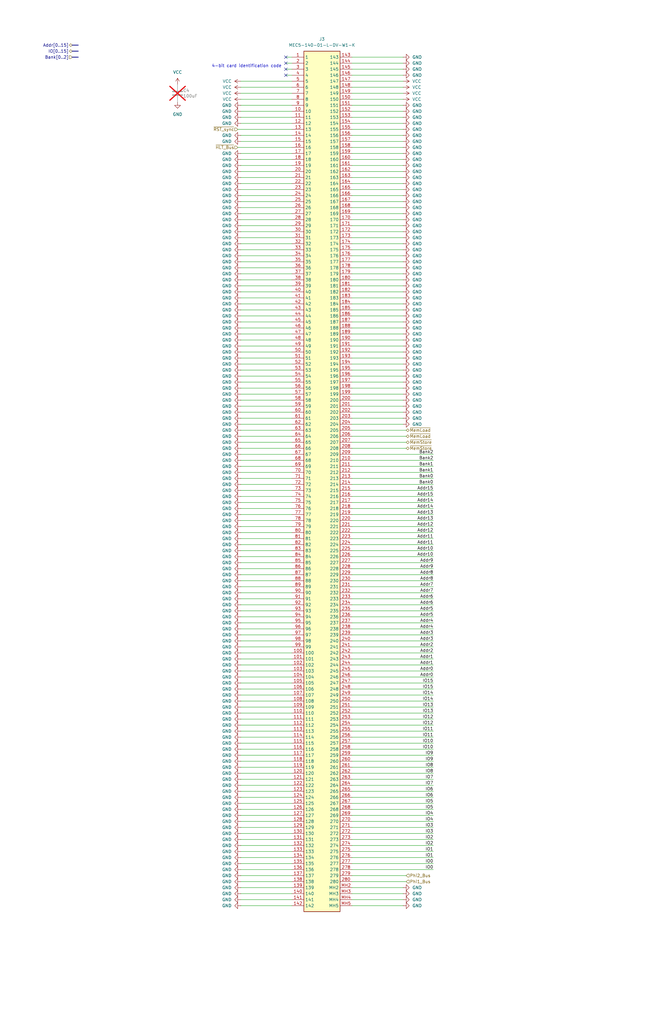
<source format=kicad_sch>
(kicad_sch (version 20250114) (generator "eeschema") (generator_version "9.0")
  (paper "USLedger" portrait)
  (title_block (date "2025-07-11"))
  (text "4-bit card identification code" (at 118.872 27.94 0) (effects (font (size 1.27 1.27)) (justify right)))
  (no_connect (at 120.65 26.67))
  (no_connect (at 120.65 29.21))
  (no_connect (at 120.65 24.13))
  (no_connect (at 120.65 31.75))
  (wire (pts (xy 101.6 217.17) (xy 123.19 217.17)))
  (wire (pts (xy 170.18 140.97) (xy 148.59 140.97)))
  (wire (pts (xy 170.18 382.27) (xy 148.59 382.27)))
  (wire (pts (xy 101.6 82.55) (xy 123.19 82.55)))
  (wire (pts (xy 182.88 267.97) (xy 148.59 267.97)))
  (wire (pts (xy 148.59 181.61) (xy 171.45 181.61)))
  (wire (pts (xy 170.18 69.85) (xy 148.59 69.85)))
  (bus (pts (xy 30.48 21.59) (xy 33.02 21.59)))
  (wire (pts (xy 101.6 36.83) (xy 123.19 36.83)))
  (wire (pts (xy 101.6 69.85) (xy 123.19 69.85)))
  (wire (pts (xy 182.88 303.53) (xy 148.59 303.53)))
  (wire (pts (xy 101.6 318.77) (xy 123.19 318.77)))
  (wire (pts (xy 182.88 247.65) (xy 148.59 247.65)))
  (wire (pts (xy 101.6 306.07) (xy 123.19 306.07)))
  (wire (pts (xy 182.88 207.01) (xy 148.59 207.01)))
  (wire (pts (xy 101.6 44.45) (xy 123.19 44.45)))
  (wire (pts (xy 170.18 133.35) (xy 148.59 133.35)))
  (wire (pts (xy 101.6 278.13) (xy 123.19 278.13)))
  (wire (pts (xy 101.6 113.03) (xy 123.19 113.03)))
  (wire (pts (xy 101.6 232.41) (xy 123.19 232.41)))
  (wire (pts (xy 101.6 250.19) (xy 123.19 250.19)))
  (wire (pts (xy 170.18 107.95) (xy 148.59 107.95)))
  (wire (pts (xy 101.6 80.01) (xy 123.19 80.01)))
  (wire (pts (xy 170.18 176.53) (xy 148.59 176.53)))
  (wire (pts (xy 101.6 323.85) (xy 123.19 323.85)))
  (wire (pts (xy 101.6 270.51) (xy 123.19 270.51)))
  (wire (pts (xy 182.88 278.13) (xy 148.59 278.13)))
  (wire (pts (xy 182.88 194.31) (xy 148.59 194.31)))
  (wire (pts (xy 182.88 250.19) (xy 148.59 250.19)))
  (wire (pts (xy 170.18 80.01) (xy 148.59 80.01)))
  (wire (pts (xy 101.6 359.41) (xy 123.19 359.41)))
  (wire (pts (xy 170.18 110.49) (xy 148.59 110.49)))
  (wire (pts (xy 101.6 290.83) (xy 123.19 290.83)))
  (wire (pts (xy 101.6 240.03) (xy 123.19 240.03)))
  (wire (pts (xy 148.59 184.15) (xy 171.45 184.15)))
  (wire (pts (xy 101.6 242.57) (xy 123.19 242.57)))
  (wire (pts (xy 101.6 351.79) (xy 123.19 351.79)))
  (wire (pts (xy 170.18 64.77) (xy 148.59 64.77)))
  (wire (pts (xy 101.6 176.53) (xy 123.19 176.53)))
  (wire (pts (xy 170.18 166.37) (xy 148.59 166.37)))
  (wire (pts (xy 182.88 334.01) (xy 148.59 334.01)))
  (wire (pts (xy 182.88 316.23) (xy 148.59 316.23)))
  (wire (pts (xy 101.6 237.49) (xy 123.19 237.49)))
  (wire (pts (xy 101.6 334.01) (xy 123.19 334.01)))
  (wire (pts (xy 101.6 224.79) (xy 123.19 224.79)))
  (wire (pts (xy 182.88 191.77) (xy 148.59 191.77)))
  (wire (pts (xy 182.88 344.17) (xy 148.59 344.17)))
  (wire (pts (xy 101.6 288.29) (xy 123.19 288.29)))
  (wire (pts (xy 170.18 77.47) (xy 148.59 77.47)))
  (wire (pts (xy 120.65 26.67) (xy 123.19 26.67)))
  (wire (pts (xy 182.88 341.63) (xy 148.59 341.63)))
  (wire (pts (xy 101.6 52.07) (xy 123.19 52.07)))
  (wire (pts (xy 182.88 280.67) (xy 148.59 280.67)))
  (wire (pts (xy 101.6 214.63) (xy 123.19 214.63)))
  (wire (pts (xy 182.88 293.37) (xy 148.59 293.37)))
  (wire (pts (xy 101.6 67.31) (xy 123.19 67.31)))
  (wire (pts (xy 170.18 29.21) (xy 148.59 29.21)))
  (wire (pts (xy 101.6 95.25) (xy 123.19 95.25)))
  (wire (pts (xy 101.6 367.03) (xy 123.19 367.03)))
  (wire (pts (xy 170.18 67.31) (xy 148.59 67.31)))
  (wire (pts (xy 170.18 120.65) (xy 148.59 120.65)))
  (wire (pts (xy 101.6 219.71) (xy 123.19 219.71)))
  (wire (pts (xy 101.6 321.31) (xy 123.19 321.31)))
  (wire (pts (xy 101.6 171.45) (xy 123.19 171.45)))
  (wire (pts (xy 101.6 179.07) (xy 123.19 179.07)))
  (wire (pts (xy 170.18 100.33) (xy 148.59 100.33)))
  (wire (pts (xy 182.88 260.35) (xy 148.59 260.35)))
  (wire (pts (xy 170.18 46.99) (xy 148.59 46.99)))
  (wire (pts (xy 101.6 257.81) (xy 123.19 257.81)))
  (wire (pts (xy 182.88 356.87) (xy 148.59 356.87)))
  (wire (pts (xy 170.18 153.67) (xy 148.59 153.67)))
  (wire (pts (xy 120.65 31.75) (xy 123.19 31.75)))
  (wire (pts (xy 148.59 189.23) (xy 171.45 189.23)))
  (wire (pts (xy 182.88 265.43) (xy 148.59 265.43)))
  (wire (pts (xy 101.6 316.23) (xy 123.19 316.23)))
  (wire (pts (xy 170.18 179.07) (xy 148.59 179.07)))
  (wire (pts (xy 170.18 34.29) (xy 148.59 34.29)))
  (wire (pts (xy 101.6 372.11) (xy 123.19 372.11)))
  (bus (pts (xy 30.48 24.13) (xy 33.02 24.13)))
  (wire (pts (xy 182.88 227.33) (xy 148.59 227.33)))
  (wire (pts (xy 182.88 222.25) (xy 148.59 222.25)))
  (wire (pts (xy 101.6 184.15) (xy 123.19 184.15)))
  (wire (pts (xy 101.6 125.73) (xy 123.19 125.73)))
  (wire (pts (xy 101.6 199.39) (xy 123.19 199.39)))
  (wire (pts (xy 170.18 374.65) (xy 148.59 374.65)))
  (wire (pts (xy 101.6 349.25) (xy 123.19 349.25)))
  (wire (pts (xy 170.18 36.83) (xy 148.59 36.83)))
  (wire (pts (xy 101.6 247.65) (xy 123.19 247.65)))
  (wire (pts (xy 101.6 382.27) (xy 123.19 382.27)))
  (wire (pts (xy 101.6 107.95) (xy 123.19 107.95)))
  (wire (pts (xy 101.6 41.91) (xy 123.19 41.91)))
  (wire (pts (xy 101.6 191.77) (xy 123.19 191.77)))
  (wire (pts (xy 101.6 148.59) (xy 123.19 148.59)))
  (wire (pts (xy 170.18 87.63) (xy 148.59 87.63)))
  (wire (pts (xy 101.6 328.93) (xy 123.19 328.93)))
  (wire (pts (xy 170.18 54.61) (xy 148.59 54.61)))
  (wire (pts (xy 101.6 120.65) (xy 123.19 120.65)))
  (wire (pts (xy 101.6 161.29) (xy 123.19 161.29)))
  (wire (pts (xy 101.6 336.55) (xy 123.19 336.55)))
  (bus (pts (xy 30.48 19.05) (xy 33.02 19.05)))
  (wire (pts (xy 101.6 346.71) (xy 123.19 346.71)))
  (wire (pts (xy 182.88 288.29) (xy 148.59 288.29)))
  (wire (pts (xy 182.88 351.79) (xy 148.59 351.79)))
  (wire (pts (xy 101.6 252.73) (xy 123.19 252.73)))
  (wire (pts (xy 101.6 146.05) (xy 123.19 146.05)))
  (wire (pts (xy 101.6 34.29) (xy 123.19 34.29)))
  (wire (pts (xy 148.59 204.47) (xy 182.88 204.47)))
  (wire (pts (xy 120.65 24.13) (xy 123.19 24.13)))
  (wire (pts (xy 170.18 125.73) (xy 148.59 125.73)))
  (wire (pts (xy 101.6 151.13) (xy 123.19 151.13)))
  (wire (pts (xy 170.18 128.27) (xy 148.59 128.27)))
  (wire (pts (xy 170.18 31.75) (xy 148.59 31.75)))
  (wire (pts (xy 101.6 166.37) (xy 123.19 166.37)))
  (wire (pts (xy 170.18 377.19) (xy 148.59 377.19)))
  (wire (pts (xy 101.6 229.87) (xy 123.19 229.87)))
  (wire (pts (xy 101.6 57.15) (xy 123.19 57.15)))
  (wire (pts (xy 182.88 326.39) (xy 148.59 326.39)))
  (wire (pts (xy 101.6 186.69) (xy 123.19 186.69)))
  (wire (pts (xy 182.88 229.87) (xy 148.59 229.87)))
  (wire (pts (xy 101.6 212.09) (xy 123.19 212.09)))
  (wire (pts (xy 101.6 138.43) (xy 123.19 138.43)))
  (wire (pts (xy 101.6 163.83) (xy 123.19 163.83)))
  (wire (pts (xy 182.88 295.91) (xy 148.59 295.91)))
  (wire (pts (xy 182.88 328.93) (xy 148.59 328.93)))
  (wire (pts (xy 101.6 100.33) (xy 123.19 100.33)))
  (wire (pts (xy 101.6 201.93) (xy 123.19 201.93)))
  (wire (pts (xy 182.88 359.41) (xy 148.59 359.41)))
  (wire (pts (xy 170.18 118.11) (xy 148.59 118.11)))
  (wire (pts (xy 101.6 379.73) (xy 123.19 379.73)))
  (wire (pts (xy 170.18 49.53) (xy 148.59 49.53)))
  (wire (pts (xy 170.18 62.23) (xy 148.59 62.23)))
  (wire (pts (xy 170.18 156.21) (xy 148.59 156.21)))
  (wire (pts (xy 182.88 270.51) (xy 148.59 270.51)))
  (wire (pts (xy 182.88 275.59) (xy 148.59 275.59)))
  (wire (pts (xy 120.65 29.21) (xy 123.19 29.21)))
  (wire (pts (xy 101.6 59.69) (xy 123.19 59.69)))
  (wire (pts (xy 101.6 341.63) (xy 123.19 341.63)))
  (wire (pts (xy 101.6 354.33) (xy 123.19 354.33)))
  (wire (pts (xy 101.6 181.61) (xy 123.19 181.61)))
  (wire (pts (xy 182.88 321.31) (xy 148.59 321.31)))
  (wire (pts (xy 101.6 130.81) (xy 123.19 130.81)))
  (wire (pts (xy 101.6 369.57) (xy 123.19 369.57)))
  (wire (pts (xy 182.88 336.55) (xy 148.59 336.55)))
  (wire (pts (xy 100.33 62.23) (xy 123.19 62.23)))
  (wire (pts (xy 101.6 110.49) (xy 123.19 110.49)))
  (wire (pts (xy 101.6 153.67) (xy 123.19 153.67)))
  (wire (pts (xy 182.88 217.17) (xy 148.59 217.17)))
  (wire (pts (xy 170.18 173.99) (xy 148.59 173.99)))
  (wire (pts (xy 182.88 300.99) (xy 148.59 300.99)))
  (wire (pts (xy 182.88 234.95) (xy 148.59 234.95)))
  (wire (pts (xy 101.6 92.71) (xy 123.19 92.71)))
  (wire (pts (xy 101.6 143.51) (xy 123.19 143.51)))
  (wire (pts (xy 101.6 133.35) (xy 123.19 133.35)))
  (wire (pts (xy 182.88 361.95) (xy 148.59 361.95)))
  (wire (pts (xy 101.6 377.19) (xy 123.19 377.19)))
  (wire (pts (xy 101.6 118.11) (xy 123.19 118.11)))
  (wire (pts (xy 101.6 74.93) (xy 123.19 74.93)))
  (wire (pts (xy 182.88 349.25) (xy 148.59 349.25)))
  (wire (pts (xy 182.88 237.49) (xy 148.59 237.49)))
  (wire (pts (xy 101.6 85.09) (xy 123.19 85.09)))
  (wire (pts (xy 101.6 209.55) (xy 123.19 209.55)))
  (wire (pts (xy 101.6 46.99) (xy 123.19 46.99)))
  (wire (pts (xy 170.18 158.75) (xy 148.59 158.75)))
  (wire (pts (xy 170.18 123.19) (xy 148.59 123.19)))
  (wire (pts (xy 101.6 173.99) (xy 123.19 173.99)))
  (wire (pts (xy 101.6 227.33) (xy 123.19 227.33)))
  (wire (pts (xy 170.18 95.25) (xy 148.59 95.25)))
  (wire (pts (xy 101.6 72.39) (xy 123.19 72.39)))
  (wire (pts (xy 101.6 204.47) (xy 123.19 204.47)))
  (wire (pts (xy 170.18 379.73) (xy 148.59 379.73)))
  (wire (pts (xy 101.6 64.77) (xy 123.19 64.77)))
  (wire (pts (xy 101.6 293.37) (xy 123.19 293.37)))
  (wire (pts (xy 182.88 214.63) (xy 148.59 214.63)))
  (wire (pts (xy 182.88 318.77) (xy 148.59 318.77)))
  (wire (pts (xy 101.6 135.89) (xy 123.19 135.89)))
  (wire (pts (xy 101.6 280.67) (xy 123.19 280.67)))
  (wire (pts (xy 101.6 303.53) (xy 123.19 303.53)))
  (wire (pts (xy 170.18 105.41) (xy 148.59 105.41)))
  (wire (pts (xy 170.18 102.87) (xy 148.59 102.87)))
  (wire (pts (xy 182.88 252.73) (xy 148.59 252.73)))
  (wire (pts (xy 101.6 245.11) (xy 123.19 245.11)))
  (wire (pts (xy 170.18 143.51) (xy 148.59 143.51)))
  (wire (pts (xy 170.18 130.81) (xy 148.59 130.81)))
  (wire (pts (xy 182.88 306.07) (xy 148.59 306.07)))
  (wire (pts (xy 101.6 344.17) (xy 123.19 344.17)))
  (wire (pts (xy 182.88 290.83) (xy 148.59 290.83)))
  (wire (pts (xy 170.18 115.57) (xy 148.59 115.57)))
  (wire (pts (xy 101.6 267.97) (xy 123.19 267.97)))
  (wire (pts (xy 101.6 158.75) (xy 123.19 158.75)))
  (wire (pts (xy 182.88 298.45) (xy 148.59 298.45)))
  (wire (pts (xy 170.18 57.15) (xy 148.59 57.15)))
  (wire (pts (xy 182.88 219.71) (xy 148.59 219.71)))
  (wire (pts (xy 101.6 123.19) (xy 123.19 123.19)))
  (wire (pts (xy 101.6 265.43) (xy 123.19 265.43)))
  (wire (pts (xy 170.18 74.93) (xy 148.59 74.93)))
  (wire (pts (xy 182.88 273.05) (xy 148.59 273.05)))
  (wire (pts (xy 170.18 151.13) (xy 148.59 151.13)))
  (wire (pts (xy 171.45 372.11) (xy 148.59 372.11)))
  (wire (pts (xy 101.6 87.63) (xy 123.19 87.63)))
  (wire (pts (xy 101.6 102.87) (xy 123.19 102.87)))
  (wire (pts (xy 101.6 298.45) (xy 123.19 298.45)))
  (wire (pts (xy 101.6 255.27) (xy 123.19 255.27)))
  (wire (pts (xy 101.6 156.21) (xy 123.19 156.21)))
  (wire (pts (xy 182.88 212.09) (xy 148.59 212.09)))
  (wire (pts (xy 182.88 245.11) (xy 148.59 245.11)))
  (wire (pts (xy 101.6 115.57) (xy 123.19 115.57)))
  (wire (pts (xy 170.18 90.17) (xy 148.59 90.17)))
  (wire (pts (xy 182.88 367.03) (xy 148.59 367.03)))
  (wire (pts (xy 170.18 59.69) (xy 148.59 59.69)))
  (wire (pts (xy 170.18 52.07) (xy 148.59 52.07)))
  (wire (pts (xy 101.6 168.91) (xy 123.19 168.91)))
  (wire (pts (xy 101.6 285.75) (xy 123.19 285.75)))
  (wire (pts (xy 170.18 138.43) (xy 148.59 138.43)))
  (wire (pts (xy 170.18 44.45) (xy 148.59 44.45)))
  (wire (pts (xy 182.88 364.49) (xy 148.59 364.49)))
  (wire (pts (xy 101.6 361.95) (xy 123.19 361.95)))
  (wire (pts (xy 170.18 168.91) (xy 148.59 168.91)))
  (wire (pts (xy 101.6 326.39) (xy 123.19 326.39)))
  (wire (pts (xy 101.6 260.35) (xy 123.19 260.35)))
  (wire (pts (xy 148.59 201.93) (xy 182.88 201.93)))
  (wire (pts (xy 101.6 339.09) (xy 123.19 339.09)))
  (wire (pts (xy 101.6 234.95) (xy 123.19 234.95)))
  (wire (pts (xy 148.59 186.69) (xy 171.45 186.69)))
  (wire (pts (xy 182.88 199.39) (xy 148.59 199.39)))
  (wire (pts (xy 170.18 39.37) (xy 148.59 39.37)))
  (wire (pts (xy 182.88 311.15) (xy 148.59 311.15)))
  (wire (pts (xy 182.88 323.85) (xy 148.59 323.85)))
  (wire (pts (xy 182.88 209.55) (xy 148.59 209.55)))
  (wire (pts (xy 170.18 146.05) (xy 148.59 146.05)))
  (wire (pts (xy 101.6 39.37) (xy 123.19 39.37)))
  (wire (pts (xy 182.88 283.21) (xy 148.59 283.21)))
  (wire (pts (xy 182.88 232.41) (xy 148.59 232.41)))
  (wire (pts (xy 101.6 364.49) (xy 123.19 364.49)))
  (wire (pts (xy 101.6 128.27) (xy 123.19 128.27)))
  (wire (pts (xy 170.18 171.45) (xy 148.59 171.45)))
  (wire (pts (xy 101.6 295.91) (xy 123.19 295.91)))
  (wire (pts (xy 101.6 262.89) (xy 123.19 262.89)))
  (wire (pts (xy 101.6 207.01) (xy 123.19 207.01)))
  (wire (pts (xy 101.6 196.85) (xy 123.19 196.85)))
  (wire (pts (xy 101.6 300.99) (xy 123.19 300.99)))
  (wire (pts (xy 100.33 54.61) (xy 123.19 54.61)))
  (wire (pts (xy 101.6 105.41) (xy 123.19 105.41)))
  (wire (pts (xy 101.6 189.23) (xy 123.19 189.23)))
  (wire (pts (xy 170.18 24.13) (xy 148.59 24.13)))
  (wire (pts (xy 101.6 356.87) (xy 123.19 356.87)))
  (wire (pts (xy 182.88 313.69) (xy 148.59 313.69)))
  (wire (pts (xy 182.88 240.03) (xy 148.59 240.03)))
  (wire (pts (xy 182.88 262.89) (xy 148.59 262.89)))
  (wire (pts (xy 170.18 72.39) (xy 148.59 72.39)))
  (wire (pts (xy 101.6 308.61) (xy 123.19 308.61)))
  (wire (pts (xy 101.6 283.21) (xy 123.19 283.21)))
  (wire (pts (xy 101.6 331.47) (xy 123.19 331.47)))
  (wire (pts (xy 170.18 85.09) (xy 148.59 85.09)))
  (wire (pts (xy 101.6 90.17) (xy 123.19 90.17)))
  (wire (pts (xy 182.88 242.57) (xy 148.59 242.57)))
  (wire (pts (xy 182.88 354.33) (xy 148.59 354.33)))
  (wire (pts (xy 101.6 273.05) (xy 123.19 273.05)))
  (wire (pts (xy 101.6 222.25) (xy 123.19 222.25)))
  (wire (pts (xy 170.18 135.89) (xy 148.59 135.89)))
  (wire (pts (xy 170.18 82.55) (xy 148.59 82.55)))
  (wire (pts (xy 170.18 97.79) (xy 148.59 97.79)))
  (wire (pts (xy 182.88 331.47) (xy 148.59 331.47)))
  (wire (pts (xy 101.6 49.53) (xy 123.19 49.53)))
  (wire (pts (xy 101.6 140.97) (xy 123.19 140.97)))
  (wire (pts (xy 101.6 313.69) (xy 123.19 313.69)))
  (wire (pts (xy 101.6 97.79) (xy 123.19 97.79)))
  (wire (pts (xy 182.88 196.85) (xy 148.59 196.85)))
  (wire (pts (xy 101.6 311.15) (xy 123.19 311.15)))
  (wire (pts (xy 182.88 285.75) (xy 148.59 285.75)))
  (wire (pts (xy 182.88 257.81) (xy 148.59 257.81)))
  (wire (pts (xy 182.88 346.71) (xy 148.59 346.71)))
  (wire (pts (xy 101.6 275.59) (xy 123.19 275.59)))
  (wire (pts (xy 170.18 41.91) (xy 148.59 41.91)))
  (wire (pts (xy 170.18 92.71) (xy 148.59 92.71)))
  (wire (pts (xy 170.18 113.03) (xy 148.59 113.03)))
  (wire (pts (xy 182.88 339.09) (xy 148.59 339.09)))
  (wire (pts (xy 182.88 308.61) (xy 148.59 308.61)))
  (wire (pts (xy 182.88 255.27) (xy 148.59 255.27)))
  (wire (pts (xy 170.18 148.59) (xy 148.59 148.59)))
  (wire (pts (xy 170.18 26.67) (xy 148.59 26.67)))
  (wire (pts (xy 170.18 163.83) (xy 148.59 163.83)))
  (wire (pts (xy 101.6 374.65) (xy 123.19 374.65)))
  (wire (pts (xy 101.6 194.31) (xy 123.19 194.31)))
  (wire (pts (xy 170.18 161.29) (xy 148.59 161.29)))
  (wire (pts (xy 101.6 77.47) (xy 123.19 77.47)))
  (wire (pts (xy 171.45 369.57) (xy 148.59 369.57)))
  (wire (pts (xy 182.88 224.79) (xy 148.59 224.79)))
  (label "Addr1" (at 182.88 280.67 180))
  (label "IO11" (at 182.88 308.61 180))
  (label "Addr0" (at 182.88 285.75 180))
  (label "Addr7" (at 182.88 250.19 180))
  (label "IO11" (at 182.88 311.15 180))
  (label "Addr15" (at 182.88 209.55 180))
  (label "IO15" (at 182.88 290.83 180))
  (label "Addr4" (at 182.88 265.43 180))
  (label "Addr2" (at 182.88 275.59 180))
  (label "IO13" (at 182.88 298.45 180))
  (label "IO13" (at 182.88 300.99 180))
  (label "IO6" (at 182.88 334.01 180))
  (label "IO10" (at 182.88 313.69 180))
  (label "Addr11" (at 182.88 227.33 180))
  (label "Addr6" (at 182.88 252.73 180))
  (label "Addr7" (at 182.88 247.65 180))
  (label "Addr3" (at 182.88 267.97 180))
  (label "IO3" (at 182.88 349.25 180))
  (label "IO5" (at 182.88 341.63 180))
  (label "IO14" (at 182.88 293.37 180))
  (label "Addr13" (at 182.88 217.17 180))
  (label "IO6" (at 182.88 336.55 180))
  (label "Addr0" (at 182.88 283.21 180))
  (label "IO2" (at 182.88 356.87 180))
  (label "Addr11" (at 182.88 229.87 180))
  (label "IO2" (at 182.88 354.33 180))
  (label "IO14" (at 182.88 295.91 180))
  (label "Addr8" (at 182.88 242.57 180))
  (label "Addr12" (at 182.88 222.25 180))
  (label "Addr15" (at 182.88 207.01 180))
  (label "Addr6" (at 182.88 255.27 180))
  (label "Addr1" (at 182.88 278.13 180))
  (label "Addr5" (at 182.88 260.35 180))
  (label "Bank0" (at 182.88 201.93 180))
  (label "Bank1" (at 182.88 199.39 180))
  (label "IO12" (at 182.88 306.07 180))
  (label "IO7" (at 182.88 331.47 180))
  (label "IO10" (at 182.88 316.23 180))
  (label "Addr12" (at 182.88 224.79 180))
  (label "IO5" (at 182.88 339.09 180))
  (label "IO4" (at 182.88 344.17 180))
  (label "Addr14" (at 182.88 214.63 180))
  (label "IO12" (at 182.88 303.53 180))
  (label "IO1" (at 182.88 359.41 180))
  (label "IO7" (at 182.88 328.93 180))
  (label "Addr5" (at 182.88 257.81 180))
  (label "IO0" (at 182.88 367.03 180))
  (label "IO4" (at 182.88 346.71 180))
  (label "Addr10" (at 182.88 234.95 180))
  (label "Bank0" (at 182.88 204.47 180))
  (label "Addr3" (at 182.88 270.51 180))
  (label "IO9" (at 182.88 318.77 180))
  (label "IO1" (at 182.88 361.95 180))
  (label "Addr4" (at 182.88 262.89 180))
  (label "Addr14" (at 182.88 212.09 180))
  (label "IO9" (at 182.88 321.31 180))
  (label "IO8" (at 182.88 326.39 180))
  (label "Addr10" (at 182.88 232.41 180))
  (label "Addr13" (at 182.88 219.71 180))
  (label "Bank2" (at 182.88 191.77 180))
  (label "IO8" (at 182.88 323.85 180))
  (label "IO3" (at 182.88 351.79 180))
  (label "Addr9" (at 182.88 240.03 180))
  (label "IO0" (at 182.88 364.49 180))
  (label "Addr8" (at 182.88 245.11 180))
  (label "Bank2" (at 182.88 194.31 180))
  (label "Addr2" (at 182.88 273.05 180))
  (label "Addr9" (at 182.88 237.49 180))
  (label "IO15" (at 182.88 288.29 180))
  (label "Bank1" (at 182.88 196.85 180))
  (hierarchical_label "~{MemLoad}" (shape tri_state) (at 171.45 181.61 0))
  (hierarchical_label "~{MemStore}" (shape tri_state) (at 171.45 186.69 0))
  (hierarchical_label "Phi1_Bus" (shape input) (at 171.45 372.11 0))
  (hierarchical_label "~{RST_sync}" (shape input) (at 100.33 54.61 180))
  (hierarchical_label "Addr[0..15]" (shape tri_state) (at 30.48 19.05 180))
  (hierarchical_label "~{HLT_Bus}" (shape input) (at 100.33 62.23 180))
  (hierarchical_label "Bank[0..2]" (shape input) (at 30.48 24.13 180))
  (hierarchical_label "~{MemStore}" (shape tri_state) (at 171.45 189.23 0))
  (hierarchical_label "Phi2_Bus" (shape input) (at 171.45 369.57 0))
  (hierarchical_label "~{MemLoad}" (shape tri_state) (at 171.45 184.15 0))
  (hierarchical_label "IO[0..15]" (shape tri_state) (at 30.48 21.59 180))
  (symbol (lib_id "power:GND") (at 101.6 367.03 270) (unit 1)
    (property "Reference" "#PWR0424" (effects (hide yes)))
    (property "Value" "GND" (at 97.79 367.0299 90) (effects (justify right)))
    (property "Description" "Power symbol creates a global label with name \"GND\" , ground" (effects (hide yes)))
  )
  (symbol (lib_id "power:GND") (at 170.18 140.97 90) (mirror x) (unit 1)
    (property "Reference" "#PWR0320" (effects (hide yes)))
    (property "Value" "GND" (at 173.99 140.9699 90) (effects (justify right)))
    (property "Description" "Power symbol creates a global label with name \"GND\" , ground" (effects (hide yes)))
  )
  (symbol (lib_id "power:GND") (at 101.6 156.21 270) (unit 1)
    (property "Reference" "#PWR0331" (effects (hide yes)))
    (property "Value" "GND" (at 97.79 156.2099 90) (effects (justify right)))
    (property "Description" "Power symbol creates a global label with name \"GND\" , ground" (effects (hide yes)))
  )
  (symbol (lib_id "power:GND") (at 170.18 57.15 90) (mirror x) (unit 1)
    (property "Reference" "#PWR0255" (effects (hide yes)))
    (property "Value" "GND" (at 173.99 57.1499 90) (effects (justify right)))
    (property "Description" "Power symbol creates a global label with name \"GND\" , ground" (effects (hide yes)))
  )
  (symbol (lib_id "power:GND") (at 101.6 120.65 270) (unit 1)
    (property "Reference" "#PWR0303" (effects (hide yes)))
    (property "Value" "GND" (at 97.79 120.6499 90) (effects (justify right)))
    (property "Description" "Power symbol creates a global label with name \"GND\" , ground" (effects (hide yes)))
  )
  (symbol (lib_id "power:GND") (at 101.6 255.27 270) (unit 1)
    (property "Reference" "#PWR0380" (effects (hide yes)))
    (property "Value" "GND" (at 97.79 255.2699 90) (effects (justify right)))
    (property "Description" "Power symbol creates a global label with name \"GND\" , ground" (effects (hide yes)))
  )
  (symbol (lib_id "power:GND") (at 101.6 240.03 270) (unit 1)
    (property "Reference" "#PWR0374" (effects (hide yes)))
    (property "Value" "GND" (at 97.79 240.0299 90) (effects (justify right)))
    (property "Description" "Power symbol creates a global label with name \"GND\" , ground" (effects (hide yes)))
  )
  (symbol (lib_id "power:GND") (at 170.18 151.13 90) (mirror x) (unit 1)
    (property "Reference" "#PWR0328" (effects (hide yes)))
    (property "Value" "GND" (at 173.99 151.1299 90) (effects (justify right)))
    (property "Description" "Power symbol creates a global label with name \"GND\" , ground" (effects (hide yes)))
  )
  (symbol (lib_id "power:GND") (at 101.6 194.31 270) (unit 1)
    (property "Reference" "#PWR0356" (effects (hide yes)))
    (property "Value" "GND" (at 97.79 194.3099 90) (effects (justify right)))
    (property "Description" "Power symbol creates a global label with name \"GND\" , ground" (effects (hide yes)))
  )
  (symbol (lib_id "power:VCC") (at 101.6 34.29 90) (unit 1)
    (property "Reference" "#PWR0237" (effects (hide yes)))
    (property "Value" "VCC" (at 97.79 34.2899 90) (effects (justify left)))
    (property "Description" "Power symbol creates a global label with name \"VCC\"" (effects (hide yes)))
  )
  (symbol (lib_id "power:VCC") (at 170.18 41.91 270) (mirror x) (unit 1)
    (property "Reference" "#PWR0244" (effects (hide yes)))
    (property "Value" "VCC" (at 173.99 41.9099 90) (effects (justify left)))
    (property "Description" "Power symbol creates a global label with name \"VCC\"" (effects (hide yes)))
  )
  (symbol (lib_id "power:GND") (at 101.6 257.81 270) (unit 1)
    (property "Reference" "#PWR0381" (effects (hide yes)))
    (property "Value" "GND" (at 97.79 257.8099 90) (effects (justify right)))
    (property "Description" "Power symbol creates a global label with name \"GND\" , ground" (effects (hide yes)))
  )
  (symbol (lib_id "power:GND") (at 101.6 278.13 270) (unit 1)
    (property "Reference" "#PWR0389" (effects (hide yes)))
    (property "Value" "GND" (at 97.79 278.1299 90) (effects (justify right)))
    (property "Description" "Power symbol creates a global label with name \"GND\" , ground" (effects (hide yes)))
  )
  (symbol (lib_id "power:GND") (at 101.6 298.45 270) (unit 1)
    (property "Reference" "#PWR0397" (effects (hide yes)))
    (property "Value" "GND" (at 97.79 298.4499 90) (effects (justify right)))
    (property "Description" "Power symbol creates a global label with name \"GND\" , ground" (effects (hide yes)))
  )
  (symbol (lib_id "power:GND") (at 101.6 306.07 270) (unit 1)
    (property "Reference" "#PWR0400" (effects (hide yes)))
    (property "Value" "GND" (at 97.79 306.0699 90) (effects (justify right)))
    (property "Description" "Power symbol creates a global label with name \"GND\" , ground" (effects (hide yes)))
  )
  (symbol (lib_id "power:GND") (at 101.6 59.69 270) (unit 1)
    (property "Reference" "#PWR0256" (effects (hide yes)))
    (property "Value" "GND" (at 97.79 59.6899 90) (effects (justify right)))
    (property "Description" "Power symbol creates a global label with name \"GND\" , ground" (effects (hide yes)))
  )
  (symbol (lib_id "power:GND") (at 101.6 80.01 270) (unit 1)
    (property "Reference" "#PWR0271" (effects (hide yes)))
    (property "Value" "GND" (at 97.79 80.0099 90) (effects (justify right)))
    (property "Description" "Power symbol creates a global label with name \"GND\" , ground" (effects (hide yes)))
  )
  (symbol (lib_id "power:GND") (at 101.6 224.79 270) (unit 1)
    (property "Reference" "#PWR0368" (effects (hide yes)))
    (property "Value" "GND" (at 97.79 224.7899 90) (effects (justify right)))
    (property "Description" "Power symbol creates a global label with name \"GND\" , ground" (effects (hide yes)))
  )
  (symbol (lib_id "power:GND") (at 170.18 113.03 90) (mirror x) (unit 1)
    (property "Reference" "#PWR0298" (effects (hide yes)))
    (property "Value" "GND" (at 173.99 113.0299 90) (effects (justify right)))
    (property "Description" "Power symbol creates a global label with name \"GND\" , ground" (effects (hide yes)))
  )
  (symbol (lib_id "power:GND") (at 101.6 107.95 270) (unit 1)
    (property "Reference" "#PWR0293" (effects (hide yes)))
    (property "Value" "GND" (at 97.79 107.9499 90) (effects (justify right)))
    (property "Description" "Power symbol creates a global label with name \"GND\" , ground" (effects (hide yes)))
  )
  (symbol (lib_id "power:GND") (at 101.6 283.21 270) (unit 1)
    (property "Reference" "#PWR0391" (effects (hide yes)))
    (property "Value" "GND" (at 97.79 283.2099 90) (effects (justify right)))
    (property "Description" "Power symbol creates a global label with name \"GND\" , ground" (effects (hide yes)))
  )
  (symbol (lib_id "Turtle16:MEC5-140-01-L-DV-W1-K") (at 123.19 24.13 0) (unit 1)
    (property "Reference" "J3" (at 135.89 16.51 0))
    (property "Value" "MEC5-140-01-L-DV-W1-K" (at 135.89 19.05 0))
    (property "Footprint" "Turtle16:MEC514001LDVW1K" (effects (hide yes)))
    (property "Datasheet" "https://suddendocs.samtec.com/prints/mec5-xxx-xx-x-dv-xx-k-xx-mkt.pdf" (effects (hide yes)))
    (property "Description" "Standard Card Edge Connectors MEC5-DV vert conn 140 pos per row" (effects (hide yes)))
    (property "Height" "10.35" (effects (hide yes)))
    (property "Mouser Part Number" "200-MEC514001LDVW1K" (effects (hide yes)))
    (property "Mouser Price/Stock" "https://www.mouser.co.uk/ProductDetail/Samtec/MEC5-140-01-L-DV-W1-K?qs=XeJtXLiO41SNck3klUeiMQ%3D%3D" (effects (hide yes)))
    (property "Manufacturer_Name" "SAMTEC" (effects (hide yes)))
    (property "Manufacturer_Part_Number" "MEC5-140-01-L-DV-W1-K" (effects (hide yes)))
  )
  (symbol (lib_id "power:GND") (at 101.6 316.23 270) (unit 1)
    (property "Reference" "#PWR0404" (effects (hide yes)))
    (property "Value" "GND" (at 97.79 316.2299 90) (effects (justify right)))
    (property "Description" "Power symbol creates a global label with name \"GND\" , ground" (effects (hide yes)))
  )
  (symbol (lib_id "power:GND") (at 101.6 356.87 270) (unit 1)
    (property "Reference" "#PWR0420" (effects (hide yes)))
    (property "Value" "GND" (at 97.79 356.8699 90) (effects (justify right)))
    (property "Description" "Power symbol creates a global label with name \"GND\" , ground" (effects (hide yes)))
  )
  (symbol (lib_id "power:GND") (at 101.6 270.51 270) (unit 1)
    (property "Reference" "#PWR0386" (effects (hide yes)))
    (property "Value" "GND" (at 97.79 270.5099 90) (effects (justify right)))
    (property "Description" "Power symbol creates a global label with name \"GND\" , ground" (effects (hide yes)))
  )
  (symbol (lib_id "power:GND") (at 170.18 80.01 90) (mirror x) (unit 1)
    (property "Reference" "#PWR0272" (effects (hide yes)))
    (property "Value" "GND" (at 173.99 80.0099 90) (effects (justify right)))
    (property "Description" "Power symbol creates a global label with name \"GND\" , ground" (effects (hide yes)))
  )
  (symbol (lib_id "power:GND") (at 170.18 62.23 90) (mirror x) (unit 1)
    (property "Reference" "#PWR0258" (effects (hide yes)))
    (property "Value" "GND" (at 173.99 62.2299 90) (effects (justify right)))
    (property "Description" "Power symbol creates a global label with name \"GND\" , ground" (effects (hide yes)))
  )
  (symbol (lib_id "power:GND") (at 170.18 110.49 90) (mirror x) (unit 1)
    (property "Reference" "#PWR0296" (effects (hide yes)))
    (property "Value" "GND" (at 173.99 110.4899 90) (effects (justify right)))
    (property "Description" "Power symbol creates a global label with name \"GND\" , ground" (effects (hide yes)))
  )
  (symbol (lib_id "power:GND") (at 170.18 74.93 90) (mirror x) (unit 1)
    (property "Reference" "#PWR0268" (effects (hide yes)))
    (property "Value" "GND" (at 173.99 74.9299 90) (effects (justify right)))
    (property "Description" "Power symbol creates a global label with name \"GND\" , ground" (effects (hide yes)))
  )
  (symbol (lib_id "power:GND") (at 101.6 146.05 270) (unit 1)
    (property "Reference" "#PWR0323" (effects (hide yes)))
    (property "Value" "GND" (at 97.79 146.0499 90) (effects (justify right)))
    (property "Description" "Power symbol creates a global label with name \"GND\" , ground" (effects (hide yes)))
  )
  (symbol (lib_id "power:GND") (at 101.6 97.79 270) (unit 1)
    (property "Reference" "#PWR0285" (effects (hide yes)))
    (property "Value" "GND" (at 97.79 97.7899 90) (effects (justify right)))
    (property "Description" "Power symbol creates a global label with name \"GND\" , ground" (effects (hide yes)))
  )
  (symbol (lib_id "power:GND") (at 101.6 252.73 270) (unit 1)
    (property "Reference" "#PWR0379" (effects (hide yes)))
    (property "Value" "GND" (at 97.79 252.7299 90) (effects (justify right)))
    (property "Description" "Power symbol creates a global label with name \"GND\" , ground" (effects (hide yes)))
  )
  (symbol (lib_id "power:GND") (at 101.6 214.63 270) (unit 1)
    (property "Reference" "#PWR0364" (effects (hide yes)))
    (property "Value" "GND" (at 97.79 214.6299 90) (effects (justify right)))
    (property "Description" "Power symbol creates a global label with name \"GND\" , ground" (effects (hide yes)))
  )
  (symbol (lib_id "power:GND") (at 101.6 100.33 270) (unit 1)
    (property "Reference" "#PWR0287" (effects (hide yes)))
    (property "Value" "GND" (at 97.79 100.3299 90) (effects (justify right)))
    (property "Description" "Power symbol creates a global label with name \"GND\" , ground" (effects (hide yes)))
  )
  (symbol (lib_id "power:VCC") (at 170.18 36.83 270) (mirror x) (unit 1)
    (property "Reference" "#PWR0240" (effects (hide yes)))
    (property "Value" "VCC" (at 173.99 36.8299 90) (effects (justify left)))
    (property "Description" "Power symbol creates a global label with name \"VCC\"" (effects (hide yes)))
  )
  (symbol (lib_id "power:GND") (at 101.6 377.19 270) (unit 1)
    (property "Reference" "#PWR0429" (effects (hide yes)))
    (property "Value" "GND" (at 97.79 377.1899 90) (effects (justify right)))
    (property "Description" "Power symbol creates a global label with name \"GND\" , ground" (effects (hide yes)))
  )
  (symbol (lib_id "power:GND") (at 101.6 379.73 270) (unit 1)
    (property "Reference" "#PWR0431" (effects (hide yes)))
    (property "Value" "GND" (at 97.79 379.7299 90) (effects (justify right)))
    (property "Description" "Power symbol creates a global label with name \"GND\" , ground" (effects (hide yes)))
  )
  (symbol (lib_id "power:GND") (at 170.18 128.27 90) (mirror x) (unit 1)
    (property "Reference" "#PWR0310" (effects (hide yes)))
    (property "Value" "GND" (at 173.99 128.2699 90) (effects (justify right)))
    (property "Description" "Power symbol creates a global label with name \"GND\" , ground" (effects (hide yes)))
  )
  (symbol (lib_id "power:GND") (at 170.18 69.85 90) (mirror x) (unit 1)
    (property "Reference" "#PWR0264" (effects (hide yes)))
    (property "Value" "GND" (at 173.99 69.8499 90) (effects (justify right)))
    (property "Description" "Power symbol creates a global label with name \"GND\" , ground" (effects (hide yes)))
  )
  (symbol (lib_id "power:GND") (at 170.18 173.99 90) (mirror x) (unit 1)
    (property "Reference" "#PWR0346" (effects (hide yes)))
    (property "Value" "GND" (at 173.99 173.9899 90) (effects (justify right)))
    (property "Description" "Power symbol creates a global label with name \"GND\" , ground" (effects (hide yes)))
  )
  (symbol (lib_id "power:GND") (at 101.6 308.61 270) (unit 1)
    (property "Reference" "#PWR0401" (effects (hide yes)))
    (property "Value" "GND" (at 97.79 308.6099 90) (effects (justify right)))
    (property "Description" "Power symbol creates a global label with name \"GND\" , ground" (effects (hide yes)))
  )
  (symbol (lib_id "power:GND") (at 101.6 288.29 270) (unit 1)
    (property "Reference" "#PWR0393" (effects (hide yes)))
    (property "Value" "GND" (at 97.79 288.2899 90) (effects (justify right)))
    (property "Description" "Power symbol creates a global label with name \"GND\" , ground" (effects (hide yes)))
  )
  (symbol (lib_id "power:GND") (at 101.6 49.53 270) (unit 1)
    (property "Reference" "#PWR0249" (effects (hide yes)))
    (property "Value" "GND" (at 97.79 49.5299 90) (effects (justify right)))
    (property "Description" "Power symbol creates a global label with name \"GND\" , ground" (effects (hide yes)))
  )
  (symbol (lib_id "power:VCC") (at 101.6 41.91 90) (unit 1)
    (property "Reference" "#PWR0243" (effects (hide yes)))
    (property "Value" "VCC" (at 97.79 41.9099 90) (effects (justify left)))
    (property "Description" "Power symbol creates a global label with name \"VCC\"" (effects (hide yes)))
  )
  (symbol (lib_id "power:GND") (at 170.18 176.53 90) (mirror x) (unit 1)
    (property "Reference" "#PWR0348" (effects (hide yes)))
    (property "Value" "GND" (at 173.99 176.5299 90) (effects (justify right)))
    (property "Description" "Power symbol creates a global label with name \"GND\" , ground" (effects (hide yes)))
  )
  (symbol (lib_id "power:GND") (at 101.6 374.65 270) (unit 1)
    (property "Reference" "#PWR0427" (effects (hide yes)))
    (property "Value" "GND" (at 97.79 374.6499 90) (effects (justify right)))
    (property "Description" "Power symbol creates a global label with name \"GND\" , ground" (effects (hide yes)))
  )
  (symbol (lib_id "power:GND") (at 101.6 280.67 270) (unit 1)
    (property "Reference" "#PWR0390" (effects (hide yes)))
    (property "Value" "GND" (at 97.79 280.6699 90) (effects (justify right)))
    (property "Description" "Power symbol creates a global label with name \"GND\" , ground" (effects (hide yes)))
  )
  (symbol (lib_id "power:GND") (at 101.6 265.43 270) (unit 1)
    (property "Reference" "#PWR0384" (effects (hide yes)))
    (property "Value" "GND" (at 97.79 265.4299 90) (effects (justify right)))
    (property "Description" "Power symbol creates a global label with name \"GND\" , ground" (effects (hide yes)))
  )
  (symbol (lib_id "power:GND") (at 170.18 153.67 90) (mirror x) (unit 1)
    (property "Reference" "#PWR0330" (effects (hide yes)))
    (property "Value" "GND" (at 173.99 153.6699 90) (effects (justify right)))
    (property "Description" "Power symbol creates a global label with name \"GND\" , ground" (effects (hide yes)))
  )
  (symbol (lib_id "power:GND") (at 101.6 133.35 270) (unit 1)
    (property "Reference" "#PWR0313" (effects (hide yes)))
    (property "Value" "GND" (at 97.79 133.3499 90) (effects (justify right)))
    (property "Description" "Power symbol creates a global label with name \"GND\" , ground" (effects (hide yes)))
  )
  (symbol (lib_id "power:GND") (at 101.6 245.11 270) (unit 1)
    (property "Reference" "#PWR0376" (effects (hide yes)))
    (property "Value" "GND" (at 97.79 245.1099 90) (effects (justify right)))
    (property "Description" "Power symbol creates a global label with name \"GND\" , ground" (effects (hide yes)))
  )
  (symbol (lib_id "power:GND") (at 101.6 186.69 270) (unit 1)
    (property "Reference" "#PWR0353" (effects (hide yes)))
    (property "Value" "GND" (at 97.79 186.6899 90) (effects (justify right)))
    (property "Description" "Power symbol creates a global label with name \"GND\" , ground" (effects (hide yes)))
  )
  (symbol (lib_id "power:GND") (at 101.6 334.01 270) (unit 1)
    (property "Reference" "#PWR0411" (effects (hide yes)))
    (property "Value" "GND" (at 97.79 334.0099 90) (effects (justify right)))
    (property "Description" "Power symbol creates a global label with name \"GND\" , ground" (effects (hide yes)))
  )
  (symbol (lib_id "power:GND") (at 101.6 52.07 270) (unit 1)
    (property "Reference" "#PWR0251" (effects (hide yes)))
    (property "Value" "GND" (at 97.79 52.0699 90) (effects (justify right)))
    (property "Description" "Power symbol creates a global label with name \"GND\" , ground" (effects (hide yes)))
  )
  (symbol (lib_id "power:GND") (at 101.6 184.15 270) (unit 1)
    (property "Reference" "#PWR0352" (effects (hide yes)))
    (property "Value" "GND" (at 97.79 184.1499 90) (effects (justify right)))
    (property "Description" "Power symbol creates a global label with name \"GND\" , ground" (effects (hide yes)))
  )
  (symbol (lib_id "power:GND") (at 170.18 146.05 90) (mirror x) (unit 1)
    (property "Reference" "#PWR0324" (effects (hide yes)))
    (property "Value" "GND" (at 173.99 146.0499 90) (effects (justify right)))
    (property "Description" "Power symbol creates a global label with name \"GND\" , ground" (effects (hide yes)))
  )
  (symbol (lib_id "power:GND") (at 101.6 64.77 270) (unit 1)
    (property "Reference" "#PWR0259" (effects (hide yes)))
    (property "Value" "GND" (at 97.79 64.7699 90) (effects (justify right)))
    (property "Description" "Power symbol creates a global label with name \"GND\" , ground" (effects (hide yes)))
  )
  (symbol (lib_id "power:GND") (at 101.6 161.29 270) (unit 1)
    (property "Reference" "#PWR0335" (effects (hide yes)))
    (property "Value" "GND" (at 97.79 161.2899 90) (effects (justify right)))
    (property "Description" "Power symbol creates a global label with name \"GND\" , ground" (effects (hide yes)))
  )
  (symbol (lib_id "power:GND") (at 170.18 49.53 90) (mirror x) (unit 1)
    (property "Reference" "#PWR0250" (effects (hide yes)))
    (property "Value" "GND" (at 173.99 49.5299 90) (effects (justify right)))
    (property "Description" "Power symbol creates a global label with name \"GND\" , ground" (effects (hide yes)))
  )
  (symbol (lib_id "power:GND") (at 170.18 130.81 90) (mirror x) (unit 1)
    (property "Reference" "#PWR0312" (effects (hide yes)))
    (property "Value" "GND" (at 173.99 130.8099 90) (effects (justify right)))
    (property "Description" "Power symbol creates a global label with name \"GND\" , ground" (effects (hide yes)))
  )
  (symbol (lib_id "power:GND") (at 101.6 113.03 270) (unit 1)
    (property "Reference" "#PWR0297" (effects (hide yes)))
    (property "Value" "GND" (at 97.79 113.0299 90) (effects (justify right)))
    (property "Description" "Power symbol creates a global label with name \"GND\" , ground" (effects (hide yes)))
  )
  (symbol (lib_id "power:VCC") (at 170.18 34.29 270) (mirror x) (unit 1)
    (property "Reference" "#PWR0238" (effects (hide yes)))
    (property "Value" "VCC" (at 173.99 34.2899 90) (effects (justify left)))
    (property "Description" "Power symbol creates a global label with name \"VCC\"" (effects (hide yes)))
  )
  (symbol (lib_id "power:GND") (at 101.6 115.57 270) (unit 1)
    (property "Reference" "#PWR0299" (effects (hide yes)))
    (property "Value" "GND" (at 97.79 115.5699 90) (effects (justify right)))
    (property "Description" "Power symbol creates a global label with name \"GND\" , ground" (effects (hide yes)))
  )
  (symbol (lib_id "power:GND") (at 170.18 148.59 90) (mirror x) (unit 1)
    (property "Reference" "#PWR0326" (effects (hide yes)))
    (property "Value" "GND" (at 173.99 148.5899 90) (effects (justify right)))
    (property "Description" "Power symbol creates a global label with name \"GND\" , ground" (effects (hide yes)))
  )
  (symbol (lib_id "power:GND") (at 170.18 52.07 90) (mirror x) (unit 1)
    (property "Reference" "#PWR0252" (effects (hide yes)))
    (property "Value" "GND" (at 173.99 52.0699 90) (effects (justify right)))
    (property "Description" "Power symbol creates a global label with name \"GND\" , ground" (effects (hide yes)))
  )
  (symbol (lib_id "power:GND") (at 170.18 64.77 90) (mirror x) (unit 1)
    (property "Reference" "#PWR0260" (effects (hide yes)))
    (property "Value" "GND" (at 173.99 64.7699 90) (effects (justify right)))
    (property "Description" "Power symbol creates a global label with name \"GND\" , ground" (effects (hide yes)))
  )
  (symbol (lib_id "power:GND") (at 101.6 346.71 270) (unit 1)
    (property "Reference" "#PWR0416" (effects (hide yes)))
    (property "Value" "GND" (at 97.79 346.7099 90) (effects (justify right)))
    (property "Description" "Power symbol creates a global label with name \"GND\" , ground" (effects (hide yes)))
  )
  (symbol (lib_id "power:GND") (at 101.6 85.09 270) (unit 1)
    (property "Reference" "#PWR0275" (effects (hide yes)))
    (property "Value" "GND" (at 97.79 85.0899 90) (effects (justify right)))
    (property "Description" "Power symbol creates a global label with name \"GND\" , ground" (effects (hide yes)))
  )
  (symbol (lib_id "power:GND") (at 170.18 123.19 90) (mirror x) (unit 1)
    (property "Reference" "#PWR0306" (effects (hide yes)))
    (property "Value" "GND" (at 173.99 123.1899 90) (effects (justify right)))
    (property "Description" "Power symbol creates a global label with name \"GND\" , ground" (effects (hide yes)))
  )
  (symbol (lib_id "power:GND") (at 101.6 242.57 270) (unit 1)
    (property "Reference" "#PWR0375" (effects (hide yes)))
    (property "Value" "GND" (at 97.79 242.5699 90) (effects (justify right)))
    (property "Description" "Power symbol creates a global label with name \"GND\" , ground" (effects (hide yes)))
  )
  (symbol (lib_id "power:GND") (at 170.18 72.39 90) (mirror x) (unit 1)
    (property "Reference" "#PWR0266" (effects (hide yes)))
    (property "Value" "GND" (at 173.99 72.3899 90) (effects (justify right)))
    (property "Description" "Power symbol creates a global label with name \"GND\" , ground" (effects (hide yes)))
  )
  (symbol (lib_id "power:GND") (at 170.18 374.65 90) (mirror x) (unit 1)
    (property "Reference" "#PWR0428" (effects (hide yes)))
    (property "Value" "GND" (at 173.99 374.6499 90) (effects (justify right)))
    (property "Description" "Power symbol creates a global label with name \"GND\" , ground" (effects (hide yes)))
  )
  (symbol (lib_id "power:GND") (at 101.6 118.11 270) (unit 1)
    (property "Reference" "#PWR0301" (effects (hide yes)))
    (property "Value" "GND" (at 97.79 118.1099 90) (effects (justify right)))
    (property "Description" "Power symbol creates a global label with name \"GND\" , ground" (effects (hide yes)))
  )
  (symbol (lib_id "power:GND") (at 101.6 151.13 270) (unit 1)
    (property "Reference" "#PWR0327" (effects (hide yes)))
    (property "Value" "GND" (at 97.79 151.1299 90) (effects (justify right)))
    (property "Description" "Power symbol creates a global label with name \"GND\" , ground" (effects (hide yes)))
  )
  (symbol (lib_id "power:GND") (at 170.18 156.21 90) (mirror x) (unit 1)
    (property "Reference" "#PWR0332" (effects (hide yes)))
    (property "Value" "GND" (at 173.99 156.2099 90) (effects (justify right)))
    (property "Description" "Power symbol creates a global label with name \"GND\" , ground" (effects (hide yes)))
  )
  (symbol (lib_id "power:GND") (at 101.6 351.79 270) (unit 1)
    (property "Reference" "#PWR0418" (effects (hide yes)))
    (property "Value" "GND" (at 97.79 351.7899 90) (effects (justify right)))
    (property "Description" "Power symbol creates a global label with name \"GND\" , ground" (effects (hide yes)))
  )
  (symbol (lib_id "power:GND") (at 101.6 176.53 270) (unit 1)
    (property "Reference" "#PWR0347" (effects (hide yes)))
    (property "Value" "GND" (at 97.79 176.5299 90) (effects (justify right)))
    (property "Description" "Power symbol creates a global label with name \"GND\" , ground" (effects (hide yes)))
  )
  (symbol (lib_id "power:GND") (at 101.6 128.27 270) (unit 1)
    (property "Reference" "#PWR0309" (effects (hide yes)))
    (property "Value" "GND" (at 97.79 128.2699 90) (effects (justify right)))
    (property "Description" "Power symbol creates a global label with name \"GND\" , ground" (effects (hide yes)))
  )
  (symbol (lib_id "power:GND") (at 101.6 209.55 270) (unit 1)
    (property "Reference" "#PWR0362" (effects (hide yes)))
    (property "Value" "GND" (at 97.79 209.5499 90) (effects (justify right)))
    (property "Description" "Power symbol creates a global label with name \"GND\" , ground" (effects (hide yes)))
  )
  (symbol (lib_id "power:GND") (at 101.6 303.53 270) (unit 1)
    (property "Reference" "#PWR0399" (effects (hide yes)))
    (property "Value" "GND" (at 97.79 303.5299 90) (effects (justify right)))
    (property "Description" "Power symbol creates a global label with name \"GND\" , ground" (effects (hide yes)))
  )
  (symbol (lib_id "power:GND") (at 101.6 74.93 270) (unit 1)
    (property "Reference" "#PWR0267" (effects (hide yes)))
    (property "Value" "GND" (at 97.79 74.9299 90) (effects (justify right)))
    (property "Description" "Power symbol creates a global label with name \"GND\" , ground" (effects (hide yes)))
  )
  (symbol (lib_id "power:GND") (at 170.18 46.99 90) (mirror x) (unit 1)
    (property "Reference" "#PWR0248" (effects (hide yes)))
    (property "Value" "GND" (at 173.99 46.9899 90) (effects (justify right)))
    (property "Description" "Power symbol creates a global label with name \"GND\" , ground" (effects (hide yes)))
  )
  (symbol (lib_id "power:GND") (at 170.18 120.65 90) (mirror x) (unit 1)
    (property "Reference" "#PWR0304" (effects (hide yes)))
    (property "Value" "GND" (at 173.99 120.6499 90) (effects (justify right)))
    (property "Description" "Power symbol creates a global label with name \"GND\" , ground" (effects (hide yes)))
  )
  (symbol (lib_id "power:GND") (at 101.6 382.27 270) (unit 1)
    (property "Reference" "#PWR0433" (effects (hide yes)))
    (property "Value" "GND" (at 97.79 382.2699 90) (effects (justify right)))
    (property "Description" "Power symbol creates a global label with name \"GND\" , ground" (effects (hide yes)))
  )
  (symbol (lib_id "power:GND") (at 170.18 54.61 90) (mirror x) (unit 1)
    (property "Reference" "#PWR0253" (effects (hide yes)))
    (property "Value" "GND" (at 173.99 54.6099 90) (effects (justify right)))
    (property "Description" "Power symbol creates a global label with name \"GND\" , ground" (effects (hide yes)))
  )
  (symbol (lib_id "power:GND") (at 170.18 158.75 90) (mirror x) (unit 1)
    (property "Reference" "#PWR0334" (effects (hide yes)))
    (property "Value" "GND" (at 173.99 158.7499 90) (effects (justify right)))
    (property "Description" "Power symbol creates a global label with name \"GND\" , ground" (effects (hide yes)))
  )
  (symbol (lib_id "power:GND") (at 101.6 267.97 270) (unit 1)
    (property "Reference" "#PWR0385" (effects (hide yes)))
    (property "Value" "GND" (at 97.79 267.9699 90) (effects (justify right)))
    (property "Description" "Power symbol creates a global label with name \"GND\" , ground" (effects (hide yes)))
  )
  (symbol (lib_id "power:GND") (at 101.6 148.59 270) (unit 1)
    (property "Reference" "#PWR0325" (effects (hide yes)))
    (property "Value" "GND" (at 97.79 148.5899 90) (effects (justify right)))
    (property "Description" "Power symbol creates a global label with name \"GND\" , ground" (effects (hide yes)))
  )
  (symbol (lib_id "power:GND") (at 170.18 67.31 90) (mirror x) (unit 1)
    (property "Reference" "#PWR0262" (effects (hide yes)))
    (property "Value" "GND" (at 173.99 67.3099 90) (effects (justify right)))
    (property "Description" "Power symbol creates a global label with name \"GND\" , ground" (effects (hide yes)))
  )
  (symbol (lib_id "power:VCC") (at 101.6 39.37 90) (unit 1)
    (property "Reference" "#PWR0241" (effects (hide yes)))
    (property "Value" "VCC" (at 97.79 39.3699 90) (effects (justify left)))
    (property "Description" "Power symbol creates a global label with name \"VCC\"" (effects (hide yes)))
  )
  (symbol (lib_id "power:GND") (at 170.18 379.73 90) (mirror x) (unit 1)
    (property "Reference" "#PWR0432" (effects (hide yes)))
    (property "Value" "GND" (at 173.99 379.7299 90) (effects (justify right)))
    (property "Description" "Power symbol creates a global label with name \"GND\" , ground" (effects (hide yes)))
  )
  (symbol (lib_id "power:GND") (at 170.18 133.35 90) (mirror x) (unit 1)
    (property "Reference" "#PWR0314" (effects (hide yes)))
    (property "Value" "GND" (at 173.99 133.3499 90) (effects (justify right)))
    (property "Description" "Power symbol creates a global label with name \"GND\" , ground" (effects (hide yes)))
  )
  (symbol (lib_id "power:GND") (at 101.6 323.85 270) (unit 1)
    (property "Reference" "#PWR0407" (effects (hide yes)))
    (property "Value" "GND" (at 97.79 323.8499 90) (effects (justify right)))
    (property "Description" "Power symbol creates a global label with name \"GND\" , ground" (effects (hide yes)))
  )
  (symbol (lib_id "power:GND") (at 101.6 158.75 270) (unit 1)
    (property "Reference" "#PWR0333" (effects (hide yes)))
    (property "Value" "GND" (at 97.79 158.7499 90) (effects (justify right)))
    (property "Description" "Power symbol creates a global label with name \"GND\" , ground" (effects (hide yes)))
  )
  (symbol (lib_id "power:GND") (at 170.18 138.43 90) (mirror x) (unit 1)
    (property "Reference" "#PWR0318" (effects (hide yes)))
    (property "Value" "GND" (at 173.99 138.4299 90) (effects (justify right)))
    (property "Description" "Power symbol creates a global label with name \"GND\" , ground" (effects (hide yes)))
  )
  (symbol (lib_id "power:GND") (at 101.6 361.95 270) (unit 1)
    (property "Reference" "#PWR0422" (effects (hide yes)))
    (property "Value" "GND" (at 97.79 361.9499 90) (effects (justify right)))
    (property "Description" "Power symbol creates a global label with name \"GND\" , ground" (effects (hide yes)))
  )
  (symbol (lib_id "power:GND") (at 170.18 143.51 90) (mirror x) (unit 1)
    (property "Reference" "#PWR0322" (effects (hide yes)))
    (property "Value" "GND" (at 173.99 143.5099 90) (effects (justify right)))
    (property "Description" "Power symbol creates a global label with name \"GND\" , ground" (effects (hide yes)))
  )
  (symbol (lib_id "power:GND") (at 101.6 179.07 270) (unit 1)
    (property "Reference" "#PWR0349" (effects (hide yes)))
    (property "Value" "GND" (at 97.79 179.0699 90) (effects (justify right)))
    (property "Description" "Power symbol creates a global label with name \"GND\" , ground" (effects (hide yes)))
  )
  (symbol (lib_id "power:GND") (at 101.6 204.47 270) (unit 1)
    (property "Reference" "#PWR0360" (effects (hide yes)))
    (property "Value" "GND" (at 97.79 204.4699 90) (effects (justify right)))
    (property "Description" "Power symbol creates a global label with name \"GND\" , ground" (effects (hide yes)))
  )
  (symbol (lib_id "power:GND") (at 101.6 275.59 270) (unit 1)
    (property "Reference" "#PWR0388" (effects (hide yes)))
    (property "Value" "GND" (at 97.79 275.5899 90) (effects (justify right)))
    (property "Description" "Power symbol creates a global label with name \"GND\" , ground" (effects (hide yes)))
  )
  (symbol (lib_id "power:GND") (at 101.6 227.33 270) (unit 1)
    (property "Reference" "#PWR0369" (effects (hide yes)))
    (property "Value" "GND" (at 97.79 227.3299 90) (effects (justify right)))
    (property "Description" "Power symbol creates a global label with name \"GND\" , ground" (effects (hide yes)))
  )
  (symbol (lib_id "power:GND") (at 101.6 110.49 270) (unit 1)
    (property "Reference" "#PWR0295" (effects (hide yes)))
    (property "Value" "GND" (at 97.79 110.4899 90) (effects (justify right)))
    (property "Description" "Power symbol creates a global label with name \"GND\" , ground" (effects (hide yes)))
  )
  (symbol (lib_id "power:GND") (at 170.18 105.41 90) (mirror x) (unit 1)
    (property "Reference" "#PWR0292" (effects (hide yes)))
    (property "Value" "GND" (at 173.99 105.4099 90) (effects (justify right)))
    (property "Description" "Power symbol creates a global label with name \"GND\" , ground" (effects (hide yes)))
  )
  (symbol (lib_id "power:GND") (at 170.18 163.83 90) (mirror x) (unit 1)
    (property "Reference" "#PWR0338" (effects (hide yes)))
    (property "Value" "GND" (at 173.99 163.8299 90) (effects (justify right)))
    (property "Description" "Power symbol creates a global label with name \"GND\" , ground" (effects (hide yes)))
  )
  (symbol (lib_id "power:GND") (at 101.6 318.77 270) (unit 1)
    (property "Reference" "#PWR0405" (effects (hide yes)))
    (property "Value" "GND" (at 97.79 318.7699 90) (effects (justify right)))
    (property "Description" "Power symbol creates a global label with name \"GND\" , ground" (effects (hide yes)))
  )
  (symbol (lib_id "power:GND") (at 101.6 229.87 270) (unit 1)
    (property "Reference" "#PWR0370" (effects (hide yes)))
    (property "Value" "GND" (at 97.79 229.8699 90) (effects (justify right)))
    (property "Description" "Power symbol creates a global label with name \"GND\" , ground" (effects (hide yes)))
  )
  (symbol (lib_id "power:GND") (at 170.18 135.89 90) (mirror x) (unit 1)
    (property "Reference" "#PWR0316" (effects (hide yes)))
    (property "Value" "GND" (at 173.99 135.8899 90) (effects (justify right)))
    (property "Description" "Power symbol creates a global label with name \"GND\" , ground" (effects (hide yes)))
  )
  (symbol (lib_id "power:GND") (at 101.6 163.83 270) (unit 1)
    (property "Reference" "#PWR0337" (effects (hide yes)))
    (property "Value" "GND" (at 97.79 163.8299 90) (effects (justify right)))
    (property "Description" "Power symbol creates a global label with name \"GND\" , ground" (effects (hide yes)))
  )
  (symbol (lib_id "power:GND") (at 101.6 339.09 270) (unit 1)
    (property "Reference" "#PWR0413" (effects (hide yes)))
    (property "Value" "GND" (at 97.79 339.0899 90) (effects (justify right)))
    (property "Description" "Power symbol creates a global label with name \"GND\" , ground" (effects (hide yes)))
  )
  (symbol (lib_id "power:GND") (at 101.6 222.25 270) (unit 1)
    (property "Reference" "#PWR0367" (effects (hide yes)))
    (property "Value" "GND" (at 97.79 222.2499 90) (effects (justify right)))
    (property "Description" "Power symbol creates a global label with name \"GND\" , ground" (effects (hide yes)))
  )
  (symbol (lib_id "power:GND") (at 170.18 125.73 90) (mirror x) (unit 1)
    (property "Reference" "#PWR0308" (effects (hide yes)))
    (property "Value" "GND" (at 173.99 125.7299 90) (effects (justify right)))
    (property "Description" "Power symbol creates a global label with name \"GND\" , ground" (effects (hide yes)))
  )
  (symbol (lib_id "power:GND") (at 101.6 217.17 270) (unit 1)
    (property "Reference" "#PWR0365" (effects (hide yes)))
    (property "Value" "GND" (at 97.79 217.1699 90) (effects (justify right)))
    (property "Description" "Power symbol creates a global label with name \"GND\" , ground" (effects (hide yes)))
  )
  (symbol (lib_id "power:GND") (at 101.6 44.45 270) (unit 1)
    (property "Reference" "#PWR0245" (effects (hide yes)))
    (property "Value" "GND" (at 97.79 44.4499 90) (effects (justify right)))
    (property "Description" "Power symbol creates a global label with name \"GND\" , ground" (effects (hide yes)))
  )
  (symbol (lib_id "power:GND") (at 101.6 72.39 270) (unit 1)
    (property "Reference" "#PWR0265" (effects (hide yes)))
    (property "Value" "GND" (at 97.79 72.3899 90) (effects (justify right)))
    (property "Description" "Power symbol creates a global label with name \"GND\" , ground" (effects (hide yes)))
  )
  (symbol (lib_id "power:GND") (at 170.18 107.95 90) (mirror x) (unit 1)
    (property "Reference" "#PWR0294" (effects (hide yes)))
    (property "Value" "GND" (at 173.99 107.9499 90) (effects (justify right)))
    (property "Description" "Power symbol creates a global label with name \"GND\" , ground" (effects (hide yes)))
  )
  (symbol (lib_id "power:GND") (at 101.6 57.15 270) (unit 1)
    (property "Reference" "#PWR0254" (effects (hide yes)))
    (property "Value" "GND" (at 97.79 57.1499 90) (effects (justify right)))
    (property "Description" "Power symbol creates a global label with name \"GND\" , ground" (effects (hide yes)))
  )
  (symbol (lib_id "power:GND") (at 101.6 125.73 270) (unit 1)
    (property "Reference" "#PWR0307" (effects (hide yes)))
    (property "Value" "GND" (at 97.79 125.7299 90) (effects (justify right)))
    (property "Description" "Power symbol creates a global label with name \"GND\" , ground" (effects (hide yes)))
  )
  (symbol (lib_id "power:GND") (at 74.93 43.18 0) (unit 1)
    (property "Reference" "#PWR024" (effects (hide yes)))
    (property "Value" "GND" (at 74.93 48.26 0))
    (property "Description" "Power symbol creates a global label with name \"GND\" , ground" (effects (hide yes)))
  )
  (symbol (lib_id "power:GND") (at 101.6 196.85 270) (unit 1)
    (property "Reference" "#PWR0357" (effects (hide yes)))
    (property "Value" "GND" (at 97.79 196.8499 90) (effects (justify right)))
    (property "Description" "Power symbol creates a global label with name \"GND\" , ground" (effects (hide yes)))
  )
  (symbol (lib_id "power:GND") (at 101.6 311.15 270) (unit 1)
    (property "Reference" "#PWR0402" (effects (hide yes)))
    (property "Value" "GND" (at 97.79 311.1499 90) (effects (justify right)))
    (property "Description" "Power symbol creates a global label with name \"GND\" , ground" (effects (hide yes)))
  )
  (symbol (lib_id "power:GND") (at 170.18 168.91 90) (mirror x) (unit 1)
    (property "Reference" "#PWR0342" (effects (hide yes)))
    (property "Value" "GND" (at 173.99 168.9099 90) (effects (justify right)))
    (property "Description" "Power symbol creates a global label with name \"GND\" , ground" (effects (hide yes)))
  )
  (symbol (lib_id "power:GND") (at 170.18 97.79 90) (mirror x) (unit 1)
    (property "Reference" "#PWR0286" (effects (hide yes)))
    (property "Value" "GND" (at 173.99 97.7899 90) (effects (justify right)))
    (property "Description" "Power symbol creates a global label with name \"GND\" , ground" (effects (hide yes)))
  )
  (symbol (lib_id "power:VCC") (at 170.18 39.37 270) (mirror x) (unit 1)
    (property "Reference" "#PWR0242" (effects (hide yes)))
    (property "Value" "VCC" (at 173.99 39.3699 90) (effects (justify left)))
    (property "Description" "Power symbol creates a global label with name \"VCC\"" (effects (hide yes)))
  )
  (symbol (lib_id "power:GND") (at 101.6 82.55 270) (unit 1)
    (property "Reference" "#PWR0273" (effects (hide yes)))
    (property "Value" "GND" (at 97.79 82.5499 90) (effects (justify right)))
    (property "Description" "Power symbol creates a global label with name \"GND\" , ground" (effects (hide yes)))
  )
  (symbol (lib_id "power:GND") (at 101.6 46.99 270) (unit 1)
    (property "Reference" "#PWR0247" (effects (hide yes)))
    (property "Value" "GND" (at 97.79 46.9899 90) (effects (justify right)))
    (property "Description" "Power symbol creates a global label with name \"GND\" , ground" (effects (hide yes)))
  )
  (symbol (lib_id "power:GND") (at 170.18 382.27 90) (mirror x) (unit 1)
    (property "Reference" "#PWR0434" (effects (hide yes)))
    (property "Value" "GND" (at 173.99 382.2699 90) (effects (justify right)))
    (property "Description" "Power symbol creates a global label with name \"GND\" , ground" (effects (hide yes)))
  )
  (symbol (lib_id "power:GND") (at 170.18 82.55 90) (mirror x) (unit 1)
    (property "Reference" "#PWR0274" (effects (hide yes)))
    (property "Value" "GND" (at 173.99 82.5499 90) (effects (justify right)))
    (property "Description" "Power symbol creates a global label with name \"GND\" , ground" (effects (hide yes)))
  )
  (symbol (lib_id "power:GND") (at 101.6 201.93 270) (unit 1)
    (property "Reference" "#PWR0359" (effects (hide yes)))
    (property "Value" "GND" (at 97.79 201.9299 90) (effects (justify right)))
    (property "Description" "Power symbol creates a global label with name \"GND\" , ground" (effects (hide yes)))
  )
  (symbol (lib_id "power:GND") (at 101.6 219.71 270) (unit 1)
    (property "Reference" "#PWR0366" (effects (hide yes)))
    (property "Value" "GND" (at 97.79 219.7099 90) (effects (justify right)))
    (property "Description" "Power symbol creates a global label with name \"GND\" , ground" (effects (hide yes)))
  )
  (symbol (lib_id "power:VCC") (at 74.93 35.56 0) (unit 1)
    (property "Reference" "#PWR023" (effects (hide yes)))
    (property "Value" "VCC" (at 74.93 30.48 0))
    (property "Description" "Power symbol creates a global label with name \"VCC\"" (effects (hide yes)))
  )
  (symbol (lib_id "power:GND") (at 101.6 331.47 270) (unit 1)
    (property "Reference" "#PWR0410" (effects (hide yes)))
    (property "Value" "GND" (at 97.79 331.4699 90) (effects (justify right)))
    (property "Description" "Power symbol creates a global label with name \"GND\" , ground" (effects (hide yes)))
  )
  (symbol (lib_id "power:GND") (at 170.18 92.71 90) (mirror x) (unit 1)
    (property "Reference" "#PWR0282" (effects (hide yes)))
    (property "Value" "GND" (at 173.99 92.7099 90) (effects (justify right)))
    (property "Description" "Power symbol creates a global label with name \"GND\" , ground" (effects (hide yes)))
  )
  (symbol (lib_id "power:GND") (at 101.6 326.39 270) (unit 1)
    (property "Reference" "#PWR0408" (effects (hide yes)))
    (property "Value" "GND" (at 97.79 326.3899 90) (effects (justify right)))
    (property "Description" "Power symbol creates a global label with name \"GND\" , ground" (effects (hide yes)))
  )
  (symbol (lib_id "power:GND") (at 101.6 153.67 270) (unit 1)
    (property "Reference" "#PWR0329" (effects (hide yes)))
    (property "Value" "GND" (at 97.79 153.6699 90) (effects (justify right)))
    (property "Description" "Power symbol creates a global label with name \"GND\" , ground" (effects (hide yes)))
  )
  (symbol (lib_id "power:GND") (at 101.6 90.17 270) (unit 1)
    (property "Reference" "#PWR0279" (effects (hide yes)))
    (property "Value" "GND" (at 97.79 90.1699 90) (effects (justify right)))
    (property "Description" "Power symbol creates a global label with name \"GND\" , ground" (effects (hide yes)))
  )
  (symbol (lib_id "power:GND") (at 101.6 341.63 270) (unit 1)
    (property "Reference" "#PWR0414" (effects (hide yes)))
    (property "Value" "GND" (at 97.79 341.6299 90) (effects (justify right)))
    (property "Description" "Power symbol creates a global label with name \"GND\" , ground" (effects (hide yes)))
  )
  (symbol (lib_id "power:GND") (at 170.18 100.33 90) (mirror x) (unit 1)
    (property "Reference" "#PWR0288" (effects (hide yes)))
    (property "Value" "GND" (at 173.99 100.3299 90) (effects (justify right)))
    (property "Description" "Power symbol creates a global label with name \"GND\" , ground" (effects (hide yes)))
  )
  (symbol (lib_id "power:GND") (at 101.6 143.51 270) (unit 1)
    (property "Reference" "#PWR0321" (effects (hide yes)))
    (property "Value" "GND" (at 97.79 143.5099 90) (effects (justify right)))
    (property "Description" "Power symbol creates a global label with name \"GND\" , ground" (effects (hide yes)))
  )
  (symbol (lib_id "power:GND") (at 170.18 95.25 90) (mirror x) (unit 1)
    (property "Reference" "#PWR0284" (effects (hide yes)))
    (property "Value" "GND" (at 173.99 95.2499 90) (effects (justify right)))
    (property "Description" "Power symbol creates a global label with name \"GND\" , ground" (effects (hide yes)))
  )
  (symbol (lib_id "power:GND") (at 101.6 285.75 270) (unit 1)
    (property "Reference" "#PWR0392" (effects (hide yes)))
    (property "Value" "GND" (at 97.79 285.7499 90) (effects (justify right)))
    (property "Description" "Power symbol creates a global label with name \"GND\" , ground" (effects (hide yes)))
  )
  (symbol (lib_id "power:GND") (at 101.6 92.71 270) (unit 1)
    (property "Reference" "#PWR0281" (effects (hide yes)))
    (property "Value" "GND" (at 97.79 92.7099 90) (effects (justify right)))
    (property "Description" "Power symbol creates a global label with name \"GND\" , ground" (effects (hide yes)))
  )
  (symbol (lib_id "power:GND") (at 101.6 199.39 270) (unit 1)
    (property "Reference" "#PWR0358" (effects (hide yes)))
    (property "Value" "GND" (at 97.79 199.3899 90) (effects (justify right)))
    (property "Description" "Power symbol creates a global label with name \"GND\" , ground" (effects (hide yes)))
  )
  (symbol (lib_id "power:GND") (at 101.6 354.33 270) (unit 1)
    (property "Reference" "#PWR0419" (effects (hide yes)))
    (property "Value" "GND" (at 97.79 354.3299 90) (effects (justify right)))
    (property "Description" "Power symbol creates a global label with name \"GND\" , ground" (effects (hide yes)))
  )
  (symbol (lib_id "power:GND") (at 101.6 232.41 270) (unit 1)
    (property "Reference" "#PWR0371" (effects (hide yes)))
    (property "Value" "GND" (at 97.79 232.4099 90) (effects (justify right)))
    (property "Description" "Power symbol creates a global label with name \"GND\" , ground" (effects (hide yes)))
  )
  (symbol (lib_id "power:GND") (at 101.6 138.43 270) (unit 1)
    (property "Reference" "#PWR0317" (effects (hide yes)))
    (property "Value" "GND" (at 97.79 138.4299 90) (effects (justify right)))
    (property "Description" "Power symbol creates a global label with name \"GND\" , ground" (effects (hide yes)))
  )
  (symbol (lib_id "power:GND") (at 101.6 369.57 270) (unit 1)
    (property "Reference" "#PWR0425" (effects (hide yes)))
    (property "Value" "GND" (at 97.79 369.5699 90) (effects (justify right)))
    (property "Description" "Power symbol creates a global label with name \"GND\" , ground" (effects (hide yes)))
  )
  (symbol (lib_id "power:GND") (at 170.18 87.63 90) (mirror x) (unit 1)
    (property "Reference" "#PWR0278" (effects (hide yes)))
    (property "Value" "GND" (at 173.99 87.6299 90) (effects (justify right)))
    (property "Description" "Power symbol creates a global label with name \"GND\" , ground" (effects (hide yes)))
  )
  (symbol (lib_id "power:GND") (at 170.18 179.07 90) (mirror x) (unit 1)
    (property "Reference" "#PWR0350" (effects (hide yes)))
    (property "Value" "GND" (at 173.99 179.0699 90) (effects (justify right)))
    (property "Description" "Power symbol creates a global label with name \"GND\" , ground" (effects (hide yes)))
  )
  (symbol (lib_id "power:GND") (at 101.6 364.49 270) (unit 1)
    (property "Reference" "#PWR0423" (effects (hide yes)))
    (property "Value" "GND" (at 97.79 364.4899 90) (effects (justify right)))
    (property "Description" "Power symbol creates a global label with name \"GND\" , ground" (effects (hide yes)))
  )
  (symbol (lib_id "power:GND") (at 170.18 77.47 90) (mirror x) (unit 1)
    (property "Reference" "#PWR0270" (effects (hide yes)))
    (property "Value" "GND" (at 173.99 77.4699 90) (effects (justify right)))
    (property "Description" "Power symbol creates a global label with name \"GND\" , ground" (effects (hide yes)))
  )
  (symbol (lib_id "power:GND") (at 170.18 31.75 90) (mirror x) (unit 1)
    (property "Reference" "#PWR0236" (effects (hide yes)))
    (property "Value" "GND" (at 173.99 31.7499 90) (effects (justify right)))
    (property "Description" "Power symbol creates a global label with name \"GND\" , ground" (effects (hide yes)))
  )
  (symbol (lib_id "power:GND") (at 101.6 168.91 270) (unit 1)
    (property "Reference" "#PWR0341" (effects (hide yes)))
    (property "Value" "GND" (at 97.79 168.9099 90) (effects (justify right)))
    (property "Description" "Power symbol creates a global label with name \"GND\" , ground" (effects (hide yes)))
  )
  (symbol (lib_id "power:GND") (at 101.6 189.23 270) (unit 1)
    (property "Reference" "#PWR0354" (effects (hide yes)))
    (property "Value" "GND" (at 97.79 189.2299 90) (effects (justify right)))
    (property "Description" "Power symbol creates a global label with name \"GND\" , ground" (effects (hide yes)))
  )
  (symbol (lib_id "power:GND") (at 101.6 234.95 270) (unit 1)
    (property "Reference" "#PWR0372" (effects (hide yes)))
    (property "Value" "GND" (at 97.79 234.9499 90) (effects (justify right)))
    (property "Description" "Power symbol creates a global label with name \"GND\" , ground" (effects (hide yes)))
  )
  (symbol (lib_id "power:GND") (at 101.6 237.49 270) (unit 1)
    (property "Reference" "#PWR0373" (effects (hide yes)))
    (property "Value" "GND" (at 97.79 237.4899 90) (effects (justify right)))
    (property "Description" "Power symbol creates a global label with name \"GND\" , ground" (effects (hide yes)))
  )
  (symbol (lib_id "power:GND") (at 170.18 44.45 90) (mirror x) (unit 1)
    (property "Reference" "#PWR0246" (effects (hide yes)))
    (property "Value" "GND" (at 173.99 44.4499 90) (effects (justify right)))
    (property "Description" "Power symbol creates a global label with name \"GND\" , ground" (effects (hide yes)))
  )
  (symbol (lib_id "power:GND") (at 170.18 171.45 90) (mirror x) (unit 1)
    (property "Reference" "#PWR0344" (effects (hide yes)))
    (property "Value" "GND" (at 173.99 171.4499 90) (effects (justify right)))
    (property "Description" "Power symbol creates a global label with name \"GND\" , ground" (effects (hide yes)))
  )
  (symbol (lib_id "power:GND") (at 101.6 293.37 270) (unit 1)
    (property "Reference" "#PWR0395" (effects (hide yes)))
    (property "Value" "GND" (at 97.79 293.3699 90) (effects (justify right)))
    (property "Description" "Power symbol creates a global label with name \"GND\" , ground" (effects (hide yes)))
  )
  (symbol (lib_id "power:GND") (at 101.6 212.09 270) (unit 1)
    (property "Reference" "#PWR0363" (effects (hide yes)))
    (property "Value" "GND" (at 97.79 212.0899 90) (effects (justify right)))
    (property "Description" "Power symbol creates a global label with name \"GND\" , ground" (effects (hide yes)))
  )
  (symbol (lib_id "power:GND") (at 101.6 313.69 270) (unit 1)
    (property "Reference" "#PWR0403" (effects (hide yes)))
    (property "Value" "GND" (at 97.79 313.6899 90) (effects (justify right)))
    (property "Description" "Power symbol creates a global label with name \"GND\" , ground" (effects (hide yes)))
  )
  (symbol (lib_id "power:GND") (at 101.6 344.17 270) (unit 1)
    (property "Reference" "#PWR0415" (effects (hide yes)))
    (property "Value" "GND" (at 97.79 344.1699 90) (effects (justify right)))
    (property "Description" "Power symbol creates a global label with name \"GND\" , ground" (effects (hide yes)))
  )
  (symbol (lib_id "power:GND") (at 170.18 29.21 90) (mirror x) (unit 1)
    (property "Reference" "#PWR0235" (effects (hide yes)))
    (property "Value" "GND" (at 173.99 29.2099 90) (effects (justify right)))
    (property "Description" "Power symbol creates a global label with name \"GND\" , ground" (effects (hide yes)))
  )
  (symbol (lib_id "power:GND") (at 170.18 161.29 90) (mirror x) (unit 1)
    (property "Reference" "#PWR0336" (effects (hide yes)))
    (property "Value" "GND" (at 173.99 161.2899 90) (effects (justify right)))
    (property "Description" "Power symbol creates a global label with name \"GND\" , ground" (effects (hide yes)))
  )
  (symbol (lib_id "power:GND") (at 101.6 295.91 270) (unit 1)
    (property "Reference" "#PWR0396" (effects (hide yes)))
    (property "Value" "GND" (at 97.79 295.9099 90) (effects (justify right)))
    (property "Description" "Power symbol creates a global label with name \"GND\" , ground" (effects (hide yes)))
  )
  (symbol (lib_id "power:GND") (at 101.6 250.19 270) (unit 1)
    (property "Reference" "#PWR0378" (effects (hide yes)))
    (property "Value" "GND" (at 97.79 250.1899 90) (effects (justify right)))
    (property "Description" "Power symbol creates a global label with name \"GND\" , ground" (effects (hide yes)))
  )
  (symbol (lib_id "power:VCC") (at 101.6 36.83 90) (unit 1)
    (property "Reference" "#PWR0239" (effects (hide yes)))
    (property "Value" "VCC" (at 97.79 36.8299 90) (effects (justify left)))
    (property "Description" "Power symbol creates a global label with name \"VCC\"" (effects (hide yes)))
  )
  (symbol (lib_id "power:GND") (at 101.6 321.31 270) (unit 1)
    (property "Reference" "#PWR0406" (effects (hide yes)))
    (property "Value" "GND" (at 97.79 321.3099 90) (effects (justify right)))
    (property "Description" "Power symbol creates a global label with name \"GND\" , ground" (effects (hide yes)))
  )
  (symbol (lib_id "power:GND") (at 101.6 262.89 270) (unit 1)
    (property "Reference" "#PWR0383" (effects (hide yes)))
    (property "Value" "GND" (at 97.79 262.8899 90) (effects (justify right)))
    (property "Description" "Power symbol creates a global label with name \"GND\" , ground" (effects (hide yes)))
  )
  (symbol (lib_id "power:GND") (at 101.6 247.65 270) (unit 1)
    (property "Reference" "#PWR0377" (effects (hide yes)))
    (property "Value" "GND" (at 97.79 247.6499 90) (effects (justify right)))
    (property "Description" "Power symbol creates a global label with name \"GND\" , ground" (effects (hide yes)))
  )
  (symbol (lib_id "Device:C") (at 74.93 39.37 0) (unit 1) (dnp yes)
    (property "Reference" "C4" (at 77.2668 38.2016 0) (effects (justify left)))
    (property "Value" "100uF" (at 77.2668 40.513 0) (effects (justify left)))
    (property "Footprint" "Capacitor_SMD:C_1206_3216Metric" (effects (hide yes)))
    (property "Datasheet" "https://www.yuden.co.jp/productdata/catalog/mlcc06_e.pdf" (effects (hide yes)))
    (property "Manufacturer" "Taiyo Yuden" (effects (hide yes)))
    (property "Manufacturer#" "AMK316ABJ107ML-T" (effects (hide yes)))
    (property "Mouser#" "963-AMK316ABJ107ML-T" (effects (hide yes)))
    (property "Digikey#" "587-AMK316ABJ107ML-TCT-ND" (effects (hide yes)))
  )
  (symbol (lib_id "power:GND") (at 101.6 140.97 270) (unit 1)
    (property "Reference" "#PWR0319" (effects (hide yes)))
    (property "Value" "GND" (at 97.79 140.9699 90) (effects (justify right)))
    (property "Description" "Power symbol creates a global label with name \"GND\" , ground" (effects (hide yes)))
  )
  (symbol (lib_id "power:GND") (at 101.6 300.99 270) (unit 1)
    (property "Reference" "#PWR0398" (effects (hide yes)))
    (property "Value" "GND" (at 97.79 300.9899 90) (effects (justify right)))
    (property "Description" "Power symbol creates a global label with name \"GND\" , ground" (effects (hide yes)))
  )
  (symbol (lib_id "power:GND") (at 170.18 26.67 90) (mirror x) (unit 1)
    (property "Reference" "#PWR0234" (effects (hide yes)))
    (property "Value" "GND" (at 173.99 26.6699 90) (effects (justify right)))
    (property "Description" "Power symbol creates a global label with name \"GND\" , ground" (effects (hide yes)))
  )
  (symbol (lib_id "power:GND") (at 170.18 90.17 90) (mirror x) (unit 1)
    (property "Reference" "#PWR0280" (effects (hide yes)))
    (property "Value" "GND" (at 173.99 90.1699 90) (effects (justify right)))
    (property "Description" "Power symbol creates a global label with name \"GND\" , ground" (effects (hide yes)))
  )
  (symbol (lib_id "power:GND") (at 101.6 135.89 270) (unit 1)
    (property "Reference" "#PWR0315" (effects (hide yes)))
    (property "Value" "GND" (at 97.79 135.8899 90) (effects (justify right)))
    (property "Description" "Power symbol creates a global label with name \"GND\" , ground" (effects (hide yes)))
  )
  (symbol (lib_id "power:GND") (at 101.6 123.19 270) (unit 1)
    (property "Reference" "#PWR0305" (effects (hide yes)))
    (property "Value" "GND" (at 97.79 123.1899 90) (effects (justify right)))
    (property "Description" "Power symbol creates a global label with name \"GND\" , ground" (effects (hide yes)))
  )
  (symbol (lib_id "power:GND") (at 101.6 372.11 270) (unit 1)
    (property "Reference" "#PWR0426" (effects (hide yes)))
    (property "Value" "GND" (at 97.79 372.1099 90) (effects (justify right)))
    (property "Description" "Power symbol creates a global label with name \"GND\" , ground" (effects (hide yes)))
  )
  (symbol (lib_id "power:GND") (at 101.6 260.35 270) (unit 1)
    (property "Reference" "#PWR0382" (effects (hide yes)))
    (property "Value" "GND" (at 97.79 260.3499 90) (effects (justify right)))
    (property "Description" "Power symbol creates a global label with name \"GND\" , ground" (effects (hide yes)))
  )
  (symbol (lib_id "power:GND") (at 101.6 359.41 270) (unit 1)
    (property "Reference" "#PWR0421" (effects (hide yes)))
    (property "Value" "GND" (at 97.79 359.4099 90) (effects (justify right)))
    (property "Description" "Power symbol creates a global label with name \"GND\" , ground" (effects (hide yes)))
  )
  (symbol (lib_id "power:GND") (at 101.6 95.25 270) (unit 1)
    (property "Reference" "#PWR0283" (effects (hide yes)))
    (property "Value" "GND" (at 97.79 95.2499 90) (effects (justify right)))
    (property "Description" "Power symbol creates a global label with name \"GND\" , ground" (effects (hide yes)))
  )
  (symbol (lib_id "power:GND") (at 170.18 102.87 90) (mirror x) (unit 1)
    (property "Reference" "#PWR0290" (effects (hide yes)))
    (property "Value" "GND" (at 173.99 102.8699 90) (effects (justify right)))
    (property "Description" "Power symbol creates a global label with name \"GND\" , ground" (effects (hide yes)))
  )
  (symbol (lib_id "power:GND") (at 101.6 166.37 270) (unit 1)
    (property "Reference" "#PWR0339" (effects (hide yes)))
    (property "Value" "GND" (at 97.79 166.3699 90) (effects (justify right)))
    (property "Description" "Power symbol creates a global label with name \"GND\" , ground" (effects (hide yes)))
  )
  (symbol (lib_id "power:GND") (at 170.18 118.11 90) (mirror x) (unit 1)
    (property "Reference" "#PWR0302" (effects (hide yes)))
    (property "Value" "GND" (at 173.99 118.1099 90) (effects (justify right)))
    (property "Description" "Power symbol creates a global label with name \"GND\" , ground" (effects (hide yes)))
  )
  (symbol (lib_id "power:GND") (at 101.6 102.87 270) (unit 1)
    (property "Reference" "#PWR0289" (effects (hide yes)))
    (property "Value" "GND" (at 97.79 102.8699 90) (effects (justify right)))
    (property "Description" "Power symbol creates a global label with name \"GND\" , ground" (effects (hide yes)))
  )
  (symbol (lib_id "power:GND") (at 101.6 69.85 270) (unit 1)
    (property "Reference" "#PWR0263" (effects (hide yes)))
    (property "Value" "GND" (at 97.79 69.8499 90) (effects (justify right)))
    (property "Description" "Power symbol creates a global label with name \"GND\" , ground" (effects (hide yes)))
  )
  (symbol (lib_id "power:GND") (at 101.6 181.61 270) (unit 1)
    (property "Reference" "#PWR0351" (effects (hide yes)))
    (property "Value" "GND" (at 97.79 181.6099 90) (effects (justify right)))
    (property "Description" "Power symbol creates a global label with name \"GND\" , ground" (effects (hide yes)))
  )
  (symbol (lib_id "power:GND") (at 101.6 87.63 270) (unit 1)
    (property "Reference" "#PWR0277" (effects (hide yes)))
    (property "Value" "GND" (at 97.79 87.6299 90) (effects (justify right)))
    (property "Description" "Power symbol creates a global label with name \"GND\" , ground" (effects (hide yes)))
  )
  (symbol (lib_id "power:GND") (at 101.6 273.05 270) (unit 1)
    (property "Reference" "#PWR0387" (effects (hide yes)))
    (property "Value" "GND" (at 97.79 273.0499 90) (effects (justify right)))
    (property "Description" "Power symbol creates a global label with name \"GND\" , ground" (effects (hide yes)))
  )
  (symbol (lib_id "power:GND") (at 101.6 290.83 270) (unit 1)
    (property "Reference" "#PWR0394" (effects (hide yes)))
    (property "Value" "GND" (at 97.79 290.8299 90) (effects (justify right)))
    (property "Description" "Power symbol creates a global label with name \"GND\" , ground" (effects (hide yes)))
  )
  (symbol (lib_id "power:GND") (at 101.6 349.25 270) (unit 1)
    (property "Reference" "#PWR0417" (effects (hide yes)))
    (property "Value" "GND" (at 97.79 349.2499 90) (effects (justify right)))
    (property "Description" "Power symbol creates a global label with name \"GND\" , ground" (effects (hide yes)))
  )
  (symbol (lib_id "power:GND") (at 170.18 59.69 90) (mirror x) (unit 1)
    (property "Reference" "#PWR0257" (effects (hide yes)))
    (property "Value" "GND" (at 173.99 59.6899 90) (effects (justify right)))
    (property "Description" "Power symbol creates a global label with name \"GND\" , ground" (effects (hide yes)))
  )
  (symbol (lib_id "power:GND") (at 101.6 171.45 270) (unit 1)
    (property "Reference" "#PWR0343" (effects (hide yes)))
    (property "Value" "GND" (at 97.79 171.4499 90) (effects (justify right)))
    (property "Description" "Power symbol creates a global label with name \"GND\" , ground" (effects (hide yes)))
  )
  (symbol (lib_id "power:GND") (at 170.18 85.09 90) (mirror x) (unit 1)
    (property "Reference" "#PWR0276" (effects (hide yes)))
    (property "Value" "GND" (at 173.99 85.0899 90) (effects (justify right)))
    (property "Description" "Power symbol creates a global label with name \"GND\" , ground" (effects (hide yes)))
  )
  (symbol (lib_id "power:GND") (at 101.6 173.99 270) (unit 1)
    (property "Reference" "#PWR0345" (effects (hide yes)))
    (property "Value" "GND" (at 97.79 173.9899 90) (effects (justify right)))
    (property "Description" "Power symbol creates a global label with name \"GND\" , ground" (effects (hide yes)))
  )
  (symbol (lib_id "power:GND") (at 101.6 77.47 270) (unit 1)
    (property "Reference" "#PWR0269" (effects (hide yes)))
    (property "Value" "GND" (at 97.79 77.4699 90) (effects (justify right)))
    (property "Description" "Power symbol creates a global label with name \"GND\" , ground" (effects (hide yes)))
  )
  (symbol (lib_id "power:GND") (at 170.18 115.57 90) (mirror x) (unit 1)
    (property "Reference" "#PWR0300" (effects (hide yes)))
    (property "Value" "GND" (at 173.99 115.5699 90) (effects (justify right)))
    (property "Description" "Power symbol creates a global label with name \"GND\" , ground" (effects (hide yes)))
  )
  (symbol (lib_id "power:GND") (at 101.6 336.55 270) (unit 1)
    (property "Reference" "#PWR0412" (effects (hide yes)))
    (property "Value" "GND" (at 97.79 336.5499 90) (effects (justify right)))
    (property "Description" "Power symbol creates a global label with name \"GND\" , ground" (effects (hide yes)))
  )
  (symbol (lib_id "power:GND") (at 101.6 130.81 270) (unit 1)
    (property "Reference" "#PWR0311" (effects (hide yes)))
    (property "Value" "GND" (at 97.79 130.8099 90) (effects (justify right)))
    (property "Description" "Power symbol creates a global label with name \"GND\" , ground" (effects (hide yes)))
  )
  (symbol (lib_id "power:GND") (at 101.6 67.31 270) (unit 1)
    (property "Reference" "#PWR0261" (effects (hide yes)))
    (property "Value" "GND" (at 97.79 67.3099 90) (effects (justify right)))
    (property "Description" "Power symbol creates a global label with name \"GND\" , ground" (effects (hide yes)))
  )
  (symbol (lib_id "power:GND") (at 170.18 166.37 90) (mirror x) (unit 1)
    (property "Reference" "#PWR0340" (effects (hide yes)))
    (property "Value" "GND" (at 173.99 166.3699 90) (effects (justify right)))
    (property "Description" "Power symbol creates a global label with name \"GND\" , ground" (effects (hide yes)))
  )
  (symbol (lib_id "power:GND") (at 170.18 377.19 90) (mirror x) (unit 1)
    (property "Reference" "#PWR0430" (effects (hide yes)))
    (property "Value" "GND" (at 173.99 377.1899 90) (effects (justify right)))
    (property "Description" "Power symbol creates a global label with name \"GND\" , ground" (effects (hide yes)))
  )
  (symbol (lib_id "power:GND") (at 101.6 207.01 270) (unit 1)
    (property "Reference" "#PWR0361" (effects (hide yes)))
    (property "Value" "GND" (at 97.79 207.0099 90) (effects (justify right)))
    (property "Description" "Power symbol creates a global label with name \"GND\" , ground" (effects (hide yes)))
  )
  (symbol (lib_id "power:GND") (at 101.6 328.93 270) (unit 1)
    (property "Reference" "#PWR0409" (effects (hide yes)))
    (property "Value" "GND" (at 97.79 328.9299 90) (effects (justify right)))
    (property "Description" "Power symbol creates a global label with name \"GND\" , ground" (effects (hide yes)))
  )
  (symbol (lib_id "power:GND") (at 101.6 191.77 270) (unit 1)
    (property "Reference" "#PWR0355" (effects (hide yes)))
    (property "Value" "GND" (at 97.79 191.7699 90) (effects (justify right)))
    (property "Description" "Power symbol creates a global label with name \"GND\" , ground" (effects (hide yes)))
  )
  (symbol (lib_id "power:GND") (at 101.6 105.41 270) (unit 1)
    (property "Reference" "#PWR0291" (effects (hide yes)))
    (property "Value" "GND" (at 97.79 105.4099 90) (effects (justify right)))
    (property "Description" "Power symbol creates a global label with name \"GND\" , ground" (effects (hide yes)))
  )
  (symbol (lib_id "power:GND") (at 170.18 24.13 90) (mirror x) (unit 1)
    (property "Reference" "#PWR0233" (effects (hide yes)))
    (property "Value" "GND" (at 173.99 24.1299 90) (effects (justify right)))
    (property "Description" "Power symbol creates a global label with name \"GND\" , ground" (effects (hide yes)))
  )
)
</source>
